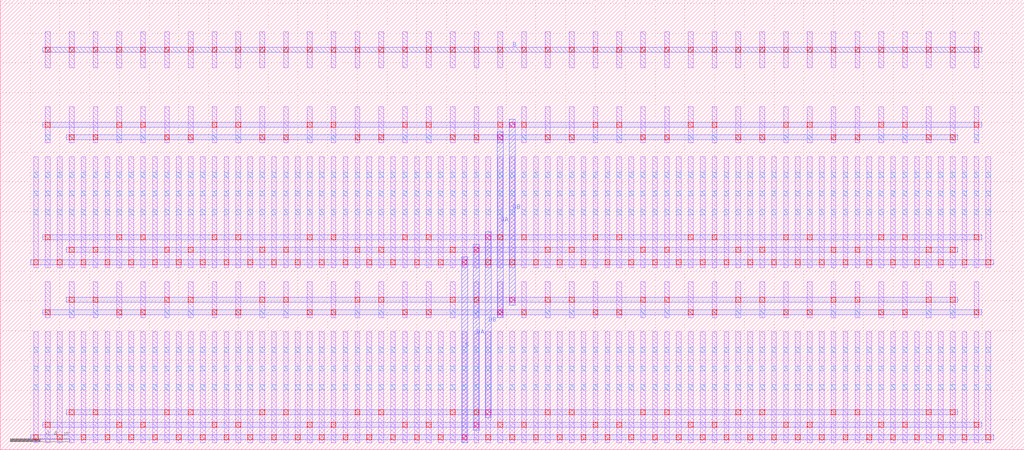
<source format=lef>
MACRO DP_NMOS_B_nfin12_nf40_m1_n12_X20_Y2_RVT
  ORIGIN 0 0 ;
  FOREIGN DP_NMOS_B_nfin12_nf40_m1_n12_X20_Y2_RVT 0 0 ;
  SIZE 6.8800 BY 3.0240 ;
  PIN S
    DIRECTION INOUT ;
    USE SIGNAL ;
    PORT
      LAYER M3 ;
        RECT 3.1000 0.0480 3.1400 1.2960 ;
    END
  END S
  PIN DA
    DIRECTION INOUT ;
    USE SIGNAL ;
    PORT
      LAYER M3 ;
        RECT 3.1800 0.1320 3.2200 1.3800 ;
    END
  END DA
  PIN DB
    DIRECTION INOUT ;
    USE SIGNAL ;
    PORT
      LAYER M3 ;
        RECT 3.2600 0.2160 3.3000 1.4640 ;
    END
  END DB
  PIN GA
    DIRECTION INOUT ;
    USE SIGNAL ;
    PORT
      LAYER M3 ;
        RECT 3.3400 0.8880 3.3800 2.1360 ;
    END
  END GA
  PIN GB
    DIRECTION INOUT ;
    USE SIGNAL ;
    PORT
      LAYER M3 ;
        RECT 3.4200 0.9720 3.4600 2.2200 ;
    END
  END GB
  PIN B
    DIRECTION INOUT ;
    USE SIGNAL ;
    PORT
      LAYER M2 ;
        RECT 0.2840 2.6720 6.5960 2.7040 ;
    END
  END B
  OBS
    LAYER M1 ;
      RECT 0.3040 0.0480 0.3360 0.7920 ;
    LAYER M1 ;
      RECT 0.3040 0.8880 0.3360 1.1280 ;
    LAYER M1 ;
      RECT 0.3040 1.2240 0.3360 1.9680 ;
    LAYER M1 ;
      RECT 0.3040 2.0640 0.3360 2.3040 ;
    LAYER M1 ;
      RECT 0.3040 2.5680 0.3360 2.8080 ;
    LAYER M1 ;
      RECT 0.2240 0.0480 0.2560 0.7920 ;
    LAYER M1 ;
      RECT 0.2240 1.2240 0.2560 1.9680 ;
    LAYER M1 ;
      RECT 0.3840 0.0480 0.4160 0.7920 ;
    LAYER M1 ;
      RECT 0.3840 1.2240 0.4160 1.9680 ;
    LAYER M1 ;
      RECT 0.4640 0.0480 0.4960 0.7920 ;
    LAYER M1 ;
      RECT 0.4640 0.8880 0.4960 1.1280 ;
    LAYER M1 ;
      RECT 0.4640 1.2240 0.4960 1.9680 ;
    LAYER M1 ;
      RECT 0.4640 2.0640 0.4960 2.3040 ;
    LAYER M1 ;
      RECT 0.4640 2.5680 0.4960 2.8080 ;
    LAYER M1 ;
      RECT 0.5440 0.0480 0.5760 0.7920 ;
    LAYER M1 ;
      RECT 0.5440 1.2240 0.5760 1.9680 ;
    LAYER M1 ;
      RECT 0.6240 0.0480 0.6560 0.7920 ;
    LAYER M1 ;
      RECT 0.6240 0.8880 0.6560 1.1280 ;
    LAYER M1 ;
      RECT 0.6240 1.2240 0.6560 1.9680 ;
    LAYER M1 ;
      RECT 0.6240 2.0640 0.6560 2.3040 ;
    LAYER M1 ;
      RECT 0.6240 2.5680 0.6560 2.8080 ;
    LAYER M1 ;
      RECT 0.7040 0.0480 0.7360 0.7920 ;
    LAYER M1 ;
      RECT 0.7040 1.2240 0.7360 1.9680 ;
    LAYER M1 ;
      RECT 0.7840 0.0480 0.8160 0.7920 ;
    LAYER M1 ;
      RECT 0.7840 0.8880 0.8160 1.1280 ;
    LAYER M1 ;
      RECT 0.7840 1.2240 0.8160 1.9680 ;
    LAYER M1 ;
      RECT 0.7840 2.0640 0.8160 2.3040 ;
    LAYER M1 ;
      RECT 0.7840 2.5680 0.8160 2.8080 ;
    LAYER M1 ;
      RECT 0.8640 0.0480 0.8960 0.7920 ;
    LAYER M1 ;
      RECT 0.8640 1.2240 0.8960 1.9680 ;
    LAYER M1 ;
      RECT 0.9440 0.0480 0.9760 0.7920 ;
    LAYER M1 ;
      RECT 0.9440 0.8880 0.9760 1.1280 ;
    LAYER M1 ;
      RECT 0.9440 1.2240 0.9760 1.9680 ;
    LAYER M1 ;
      RECT 0.9440 2.0640 0.9760 2.3040 ;
    LAYER M1 ;
      RECT 0.9440 2.5680 0.9760 2.8080 ;
    LAYER M1 ;
      RECT 1.0240 0.0480 1.0560 0.7920 ;
    LAYER M1 ;
      RECT 1.0240 1.2240 1.0560 1.9680 ;
    LAYER M1 ;
      RECT 1.1040 0.0480 1.1360 0.7920 ;
    LAYER M1 ;
      RECT 1.1040 0.8880 1.1360 1.1280 ;
    LAYER M1 ;
      RECT 1.1040 1.2240 1.1360 1.9680 ;
    LAYER M1 ;
      RECT 1.1040 2.0640 1.1360 2.3040 ;
    LAYER M1 ;
      RECT 1.1040 2.5680 1.1360 2.8080 ;
    LAYER M1 ;
      RECT 1.1840 0.0480 1.2160 0.7920 ;
    LAYER M1 ;
      RECT 1.1840 1.2240 1.2160 1.9680 ;
    LAYER M1 ;
      RECT 1.2640 0.0480 1.2960 0.7920 ;
    LAYER M1 ;
      RECT 1.2640 0.8880 1.2960 1.1280 ;
    LAYER M1 ;
      RECT 1.2640 1.2240 1.2960 1.9680 ;
    LAYER M1 ;
      RECT 1.2640 2.0640 1.2960 2.3040 ;
    LAYER M1 ;
      RECT 1.2640 2.5680 1.2960 2.8080 ;
    LAYER M1 ;
      RECT 1.3440 0.0480 1.3760 0.7920 ;
    LAYER M1 ;
      RECT 1.3440 1.2240 1.3760 1.9680 ;
    LAYER M1 ;
      RECT 1.4240 0.0480 1.4560 0.7920 ;
    LAYER M1 ;
      RECT 1.4240 0.8880 1.4560 1.1280 ;
    LAYER M1 ;
      RECT 1.4240 1.2240 1.4560 1.9680 ;
    LAYER M1 ;
      RECT 1.4240 2.0640 1.4560 2.3040 ;
    LAYER M1 ;
      RECT 1.4240 2.5680 1.4560 2.8080 ;
    LAYER M1 ;
      RECT 1.5040 0.0480 1.5360 0.7920 ;
    LAYER M1 ;
      RECT 1.5040 1.2240 1.5360 1.9680 ;
    LAYER M1 ;
      RECT 1.5840 0.0480 1.6160 0.7920 ;
    LAYER M1 ;
      RECT 1.5840 0.8880 1.6160 1.1280 ;
    LAYER M1 ;
      RECT 1.5840 1.2240 1.6160 1.9680 ;
    LAYER M1 ;
      RECT 1.5840 2.0640 1.6160 2.3040 ;
    LAYER M1 ;
      RECT 1.5840 2.5680 1.6160 2.8080 ;
    LAYER M1 ;
      RECT 1.6640 0.0480 1.6960 0.7920 ;
    LAYER M1 ;
      RECT 1.6640 1.2240 1.6960 1.9680 ;
    LAYER M1 ;
      RECT 1.7440 0.0480 1.7760 0.7920 ;
    LAYER M1 ;
      RECT 1.7440 0.8880 1.7760 1.1280 ;
    LAYER M1 ;
      RECT 1.7440 1.2240 1.7760 1.9680 ;
    LAYER M1 ;
      RECT 1.7440 2.0640 1.7760 2.3040 ;
    LAYER M1 ;
      RECT 1.7440 2.5680 1.7760 2.8080 ;
    LAYER M1 ;
      RECT 1.8240 0.0480 1.8560 0.7920 ;
    LAYER M1 ;
      RECT 1.8240 1.2240 1.8560 1.9680 ;
    LAYER M1 ;
      RECT 1.9040 0.0480 1.9360 0.7920 ;
    LAYER M1 ;
      RECT 1.9040 0.8880 1.9360 1.1280 ;
    LAYER M1 ;
      RECT 1.9040 1.2240 1.9360 1.9680 ;
    LAYER M1 ;
      RECT 1.9040 2.0640 1.9360 2.3040 ;
    LAYER M1 ;
      RECT 1.9040 2.5680 1.9360 2.8080 ;
    LAYER M1 ;
      RECT 1.9840 0.0480 2.0160 0.7920 ;
    LAYER M1 ;
      RECT 1.9840 1.2240 2.0160 1.9680 ;
    LAYER M1 ;
      RECT 2.0640 0.0480 2.0960 0.7920 ;
    LAYER M1 ;
      RECT 2.0640 0.8880 2.0960 1.1280 ;
    LAYER M1 ;
      RECT 2.0640 1.2240 2.0960 1.9680 ;
    LAYER M1 ;
      RECT 2.0640 2.0640 2.0960 2.3040 ;
    LAYER M1 ;
      RECT 2.0640 2.5680 2.0960 2.8080 ;
    LAYER M1 ;
      RECT 2.1440 0.0480 2.1760 0.7920 ;
    LAYER M1 ;
      RECT 2.1440 1.2240 2.1760 1.9680 ;
    LAYER M1 ;
      RECT 2.2240 0.0480 2.2560 0.7920 ;
    LAYER M1 ;
      RECT 2.2240 0.8880 2.2560 1.1280 ;
    LAYER M1 ;
      RECT 2.2240 1.2240 2.2560 1.9680 ;
    LAYER M1 ;
      RECT 2.2240 2.0640 2.2560 2.3040 ;
    LAYER M1 ;
      RECT 2.2240 2.5680 2.2560 2.8080 ;
    LAYER M1 ;
      RECT 2.3040 0.0480 2.3360 0.7920 ;
    LAYER M1 ;
      RECT 2.3040 1.2240 2.3360 1.9680 ;
    LAYER M1 ;
      RECT 2.3840 0.0480 2.4160 0.7920 ;
    LAYER M1 ;
      RECT 2.3840 0.8880 2.4160 1.1280 ;
    LAYER M1 ;
      RECT 2.3840 1.2240 2.4160 1.9680 ;
    LAYER M1 ;
      RECT 2.3840 2.0640 2.4160 2.3040 ;
    LAYER M1 ;
      RECT 2.3840 2.5680 2.4160 2.8080 ;
    LAYER M1 ;
      RECT 2.4640 0.0480 2.4960 0.7920 ;
    LAYER M1 ;
      RECT 2.4640 1.2240 2.4960 1.9680 ;
    LAYER M1 ;
      RECT 2.5440 0.0480 2.5760 0.7920 ;
    LAYER M1 ;
      RECT 2.5440 0.8880 2.5760 1.1280 ;
    LAYER M1 ;
      RECT 2.5440 1.2240 2.5760 1.9680 ;
    LAYER M1 ;
      RECT 2.5440 2.0640 2.5760 2.3040 ;
    LAYER M1 ;
      RECT 2.5440 2.5680 2.5760 2.8080 ;
    LAYER M1 ;
      RECT 2.6240 0.0480 2.6560 0.7920 ;
    LAYER M1 ;
      RECT 2.6240 1.2240 2.6560 1.9680 ;
    LAYER M1 ;
      RECT 2.7040 0.0480 2.7360 0.7920 ;
    LAYER M1 ;
      RECT 2.7040 0.8880 2.7360 1.1280 ;
    LAYER M1 ;
      RECT 2.7040 1.2240 2.7360 1.9680 ;
    LAYER M1 ;
      RECT 2.7040 2.0640 2.7360 2.3040 ;
    LAYER M1 ;
      RECT 2.7040 2.5680 2.7360 2.8080 ;
    LAYER M1 ;
      RECT 2.7840 0.0480 2.8160 0.7920 ;
    LAYER M1 ;
      RECT 2.7840 1.2240 2.8160 1.9680 ;
    LAYER M1 ;
      RECT 2.8640 0.0480 2.8960 0.7920 ;
    LAYER M1 ;
      RECT 2.8640 0.8880 2.8960 1.1280 ;
    LAYER M1 ;
      RECT 2.8640 1.2240 2.8960 1.9680 ;
    LAYER M1 ;
      RECT 2.8640 2.0640 2.8960 2.3040 ;
    LAYER M1 ;
      RECT 2.8640 2.5680 2.8960 2.8080 ;
    LAYER M1 ;
      RECT 2.9440 0.0480 2.9760 0.7920 ;
    LAYER M1 ;
      RECT 2.9440 1.2240 2.9760 1.9680 ;
    LAYER M1 ;
      RECT 3.0240 0.0480 3.0560 0.7920 ;
    LAYER M1 ;
      RECT 3.0240 0.8880 3.0560 1.1280 ;
    LAYER M1 ;
      RECT 3.0240 1.2240 3.0560 1.9680 ;
    LAYER M1 ;
      RECT 3.0240 2.0640 3.0560 2.3040 ;
    LAYER M1 ;
      RECT 3.0240 2.5680 3.0560 2.8080 ;
    LAYER M1 ;
      RECT 3.1040 0.0480 3.1360 0.7920 ;
    LAYER M1 ;
      RECT 3.1040 1.2240 3.1360 1.9680 ;
    LAYER M1 ;
      RECT 3.1840 0.0480 3.2160 0.7920 ;
    LAYER M1 ;
      RECT 3.1840 0.8880 3.2160 1.1280 ;
    LAYER M1 ;
      RECT 3.1840 1.2240 3.2160 1.9680 ;
    LAYER M1 ;
      RECT 3.1840 2.0640 3.2160 2.3040 ;
    LAYER M1 ;
      RECT 3.1840 2.5680 3.2160 2.8080 ;
    LAYER M1 ;
      RECT 3.2640 0.0480 3.2960 0.7920 ;
    LAYER M1 ;
      RECT 3.2640 1.2240 3.2960 1.9680 ;
    LAYER M1 ;
      RECT 3.3440 0.0480 3.3760 0.7920 ;
    LAYER M1 ;
      RECT 3.3440 0.8880 3.3760 1.1280 ;
    LAYER M1 ;
      RECT 3.3440 1.2240 3.3760 1.9680 ;
    LAYER M1 ;
      RECT 3.3440 2.0640 3.3760 2.3040 ;
    LAYER M1 ;
      RECT 3.3440 2.5680 3.3760 2.8080 ;
    LAYER M1 ;
      RECT 3.4240 0.0480 3.4560 0.7920 ;
    LAYER M1 ;
      RECT 3.4240 1.2240 3.4560 1.9680 ;
    LAYER M1 ;
      RECT 3.5040 0.0480 3.5360 0.7920 ;
    LAYER M1 ;
      RECT 3.5040 0.8880 3.5360 1.1280 ;
    LAYER M1 ;
      RECT 3.5040 1.2240 3.5360 1.9680 ;
    LAYER M1 ;
      RECT 3.5040 2.0640 3.5360 2.3040 ;
    LAYER M1 ;
      RECT 3.5040 2.5680 3.5360 2.8080 ;
    LAYER M1 ;
      RECT 3.5840 0.0480 3.6160 0.7920 ;
    LAYER M1 ;
      RECT 3.5840 1.2240 3.6160 1.9680 ;
    LAYER M1 ;
      RECT 3.6640 0.0480 3.6960 0.7920 ;
    LAYER M1 ;
      RECT 3.6640 0.8880 3.6960 1.1280 ;
    LAYER M1 ;
      RECT 3.6640 1.2240 3.6960 1.9680 ;
    LAYER M1 ;
      RECT 3.6640 2.0640 3.6960 2.3040 ;
    LAYER M1 ;
      RECT 3.6640 2.5680 3.6960 2.8080 ;
    LAYER M1 ;
      RECT 3.7440 0.0480 3.7760 0.7920 ;
    LAYER M1 ;
      RECT 3.7440 1.2240 3.7760 1.9680 ;
    LAYER M1 ;
      RECT 3.8240 0.0480 3.8560 0.7920 ;
    LAYER M1 ;
      RECT 3.8240 0.8880 3.8560 1.1280 ;
    LAYER M1 ;
      RECT 3.8240 1.2240 3.8560 1.9680 ;
    LAYER M1 ;
      RECT 3.8240 2.0640 3.8560 2.3040 ;
    LAYER M1 ;
      RECT 3.8240 2.5680 3.8560 2.8080 ;
    LAYER M1 ;
      RECT 3.9040 0.0480 3.9360 0.7920 ;
    LAYER M1 ;
      RECT 3.9040 1.2240 3.9360 1.9680 ;
    LAYER M1 ;
      RECT 3.9840 0.0480 4.0160 0.7920 ;
    LAYER M1 ;
      RECT 3.9840 0.8880 4.0160 1.1280 ;
    LAYER M1 ;
      RECT 3.9840 1.2240 4.0160 1.9680 ;
    LAYER M1 ;
      RECT 3.9840 2.0640 4.0160 2.3040 ;
    LAYER M1 ;
      RECT 3.9840 2.5680 4.0160 2.8080 ;
    LAYER M1 ;
      RECT 4.0640 0.0480 4.0960 0.7920 ;
    LAYER M1 ;
      RECT 4.0640 1.2240 4.0960 1.9680 ;
    LAYER M1 ;
      RECT 4.1440 0.0480 4.1760 0.7920 ;
    LAYER M1 ;
      RECT 4.1440 0.8880 4.1760 1.1280 ;
    LAYER M1 ;
      RECT 4.1440 1.2240 4.1760 1.9680 ;
    LAYER M1 ;
      RECT 4.1440 2.0640 4.1760 2.3040 ;
    LAYER M1 ;
      RECT 4.1440 2.5680 4.1760 2.8080 ;
    LAYER M1 ;
      RECT 4.2240 0.0480 4.2560 0.7920 ;
    LAYER M1 ;
      RECT 4.2240 1.2240 4.2560 1.9680 ;
    LAYER M1 ;
      RECT 4.3040 0.0480 4.3360 0.7920 ;
    LAYER M1 ;
      RECT 4.3040 0.8880 4.3360 1.1280 ;
    LAYER M1 ;
      RECT 4.3040 1.2240 4.3360 1.9680 ;
    LAYER M1 ;
      RECT 4.3040 2.0640 4.3360 2.3040 ;
    LAYER M1 ;
      RECT 4.3040 2.5680 4.3360 2.8080 ;
    LAYER M1 ;
      RECT 4.3840 0.0480 4.4160 0.7920 ;
    LAYER M1 ;
      RECT 4.3840 1.2240 4.4160 1.9680 ;
    LAYER M1 ;
      RECT 4.4640 0.0480 4.4960 0.7920 ;
    LAYER M1 ;
      RECT 4.4640 0.8880 4.4960 1.1280 ;
    LAYER M1 ;
      RECT 4.4640 1.2240 4.4960 1.9680 ;
    LAYER M1 ;
      RECT 4.4640 2.0640 4.4960 2.3040 ;
    LAYER M1 ;
      RECT 4.4640 2.5680 4.4960 2.8080 ;
    LAYER M1 ;
      RECT 4.5440 0.0480 4.5760 0.7920 ;
    LAYER M1 ;
      RECT 4.5440 1.2240 4.5760 1.9680 ;
    LAYER M1 ;
      RECT 4.6240 0.0480 4.6560 0.7920 ;
    LAYER M1 ;
      RECT 4.6240 0.8880 4.6560 1.1280 ;
    LAYER M1 ;
      RECT 4.6240 1.2240 4.6560 1.9680 ;
    LAYER M1 ;
      RECT 4.6240 2.0640 4.6560 2.3040 ;
    LAYER M1 ;
      RECT 4.6240 2.5680 4.6560 2.8080 ;
    LAYER M1 ;
      RECT 4.7040 0.0480 4.7360 0.7920 ;
    LAYER M1 ;
      RECT 4.7040 1.2240 4.7360 1.9680 ;
    LAYER M1 ;
      RECT 4.7840 0.0480 4.8160 0.7920 ;
    LAYER M1 ;
      RECT 4.7840 0.8880 4.8160 1.1280 ;
    LAYER M1 ;
      RECT 4.7840 1.2240 4.8160 1.9680 ;
    LAYER M1 ;
      RECT 4.7840 2.0640 4.8160 2.3040 ;
    LAYER M1 ;
      RECT 4.7840 2.5680 4.8160 2.8080 ;
    LAYER M1 ;
      RECT 4.8640 0.0480 4.8960 0.7920 ;
    LAYER M1 ;
      RECT 4.8640 1.2240 4.8960 1.9680 ;
    LAYER M1 ;
      RECT 4.9440 0.0480 4.9760 0.7920 ;
    LAYER M1 ;
      RECT 4.9440 0.8880 4.9760 1.1280 ;
    LAYER M1 ;
      RECT 4.9440 1.2240 4.9760 1.9680 ;
    LAYER M1 ;
      RECT 4.9440 2.0640 4.9760 2.3040 ;
    LAYER M1 ;
      RECT 4.9440 2.5680 4.9760 2.8080 ;
    LAYER M1 ;
      RECT 5.0240 0.0480 5.0560 0.7920 ;
    LAYER M1 ;
      RECT 5.0240 1.2240 5.0560 1.9680 ;
    LAYER M1 ;
      RECT 5.1040 0.0480 5.1360 0.7920 ;
    LAYER M1 ;
      RECT 5.1040 0.8880 5.1360 1.1280 ;
    LAYER M1 ;
      RECT 5.1040 1.2240 5.1360 1.9680 ;
    LAYER M1 ;
      RECT 5.1040 2.0640 5.1360 2.3040 ;
    LAYER M1 ;
      RECT 5.1040 2.5680 5.1360 2.8080 ;
    LAYER M1 ;
      RECT 5.1840 0.0480 5.2160 0.7920 ;
    LAYER M1 ;
      RECT 5.1840 1.2240 5.2160 1.9680 ;
    LAYER M1 ;
      RECT 5.2640 0.0480 5.2960 0.7920 ;
    LAYER M1 ;
      RECT 5.2640 0.8880 5.2960 1.1280 ;
    LAYER M1 ;
      RECT 5.2640 1.2240 5.2960 1.9680 ;
    LAYER M1 ;
      RECT 5.2640 2.0640 5.2960 2.3040 ;
    LAYER M1 ;
      RECT 5.2640 2.5680 5.2960 2.8080 ;
    LAYER M1 ;
      RECT 5.3440 0.0480 5.3760 0.7920 ;
    LAYER M1 ;
      RECT 5.3440 1.2240 5.3760 1.9680 ;
    LAYER M1 ;
      RECT 5.4240 0.0480 5.4560 0.7920 ;
    LAYER M1 ;
      RECT 5.4240 0.8880 5.4560 1.1280 ;
    LAYER M1 ;
      RECT 5.4240 1.2240 5.4560 1.9680 ;
    LAYER M1 ;
      RECT 5.4240 2.0640 5.4560 2.3040 ;
    LAYER M1 ;
      RECT 5.4240 2.5680 5.4560 2.8080 ;
    LAYER M1 ;
      RECT 5.5040 0.0480 5.5360 0.7920 ;
    LAYER M1 ;
      RECT 5.5040 1.2240 5.5360 1.9680 ;
    LAYER M1 ;
      RECT 5.5840 0.0480 5.6160 0.7920 ;
    LAYER M1 ;
      RECT 5.5840 0.8880 5.6160 1.1280 ;
    LAYER M1 ;
      RECT 5.5840 1.2240 5.6160 1.9680 ;
    LAYER M1 ;
      RECT 5.5840 2.0640 5.6160 2.3040 ;
    LAYER M1 ;
      RECT 5.5840 2.5680 5.6160 2.8080 ;
    LAYER M1 ;
      RECT 5.6640 0.0480 5.6960 0.7920 ;
    LAYER M1 ;
      RECT 5.6640 1.2240 5.6960 1.9680 ;
    LAYER M1 ;
      RECT 5.7440 0.0480 5.7760 0.7920 ;
    LAYER M1 ;
      RECT 5.7440 0.8880 5.7760 1.1280 ;
    LAYER M1 ;
      RECT 5.7440 1.2240 5.7760 1.9680 ;
    LAYER M1 ;
      RECT 5.7440 2.0640 5.7760 2.3040 ;
    LAYER M1 ;
      RECT 5.7440 2.5680 5.7760 2.8080 ;
    LAYER M1 ;
      RECT 5.8240 0.0480 5.8560 0.7920 ;
    LAYER M1 ;
      RECT 5.8240 1.2240 5.8560 1.9680 ;
    LAYER M1 ;
      RECT 5.9040 0.0480 5.9360 0.7920 ;
    LAYER M1 ;
      RECT 5.9040 0.8880 5.9360 1.1280 ;
    LAYER M1 ;
      RECT 5.9040 1.2240 5.9360 1.9680 ;
    LAYER M1 ;
      RECT 5.9040 2.0640 5.9360 2.3040 ;
    LAYER M1 ;
      RECT 5.9040 2.5680 5.9360 2.8080 ;
    LAYER M1 ;
      RECT 5.9840 0.0480 6.0160 0.7920 ;
    LAYER M1 ;
      RECT 5.9840 1.2240 6.0160 1.9680 ;
    LAYER M1 ;
      RECT 6.0640 0.0480 6.0960 0.7920 ;
    LAYER M1 ;
      RECT 6.0640 0.8880 6.0960 1.1280 ;
    LAYER M1 ;
      RECT 6.0640 1.2240 6.0960 1.9680 ;
    LAYER M1 ;
      RECT 6.0640 2.0640 6.0960 2.3040 ;
    LAYER M1 ;
      RECT 6.0640 2.5680 6.0960 2.8080 ;
    LAYER M1 ;
      RECT 6.1440 0.0480 6.1760 0.7920 ;
    LAYER M1 ;
      RECT 6.1440 1.2240 6.1760 1.9680 ;
    LAYER M1 ;
      RECT 6.2240 0.0480 6.2560 0.7920 ;
    LAYER M1 ;
      RECT 6.2240 0.8880 6.2560 1.1280 ;
    LAYER M1 ;
      RECT 6.2240 1.2240 6.2560 1.9680 ;
    LAYER M1 ;
      RECT 6.2240 2.0640 6.2560 2.3040 ;
    LAYER M1 ;
      RECT 6.2240 2.5680 6.2560 2.8080 ;
    LAYER M1 ;
      RECT 6.3040 0.0480 6.3360 0.7920 ;
    LAYER M1 ;
      RECT 6.3040 1.2240 6.3360 1.9680 ;
    LAYER M1 ;
      RECT 6.3840 0.0480 6.4160 0.7920 ;
    LAYER M1 ;
      RECT 6.3840 0.8880 6.4160 1.1280 ;
    LAYER M1 ;
      RECT 6.3840 1.2240 6.4160 1.9680 ;
    LAYER M1 ;
      RECT 6.3840 2.0640 6.4160 2.3040 ;
    LAYER M1 ;
      RECT 6.3840 2.5680 6.4160 2.8080 ;
    LAYER M1 ;
      RECT 6.4640 0.0480 6.4960 0.7920 ;
    LAYER M1 ;
      RECT 6.4640 1.2240 6.4960 1.9680 ;
    LAYER M1 ;
      RECT 6.5440 0.0480 6.5760 0.7920 ;
    LAYER M1 ;
      RECT 6.5440 0.8880 6.5760 1.1280 ;
    LAYER M1 ;
      RECT 6.5440 1.2240 6.5760 1.9680 ;
    LAYER M1 ;
      RECT 6.5440 2.0640 6.5760 2.3040 ;
    LAYER M1 ;
      RECT 6.5440 2.5680 6.5760 2.8080 ;
    LAYER M1 ;
      RECT 6.6240 0.0480 6.6560 0.7920 ;
    LAYER M1 ;
      RECT 6.6240 1.2240 6.6560 1.9680 ;
    LAYER M2 ;
      RECT 0.2040 0.0680 6.6760 0.1000 ;
    LAYER M2 ;
      RECT 0.2840 0.1520 6.5960 0.1840 ;
    LAYER M2 ;
      RECT 0.4440 0.2360 6.4360 0.2680 ;
    LAYER M2 ;
      RECT 0.2840 0.9080 6.5960 0.9400 ;
    LAYER M2 ;
      RECT 0.4440 0.9920 6.4360 1.0240 ;
    LAYER M2 ;
      RECT 0.2040 1.2440 6.6760 1.2760 ;
    LAYER M2 ;
      RECT 0.4440 1.3280 6.4360 1.3600 ;
    LAYER M2 ;
      RECT 0.2840 1.4120 6.5960 1.4440 ;
    LAYER M2 ;
      RECT 0.4440 2.0840 6.4360 2.1160 ;
    LAYER M2 ;
      RECT 0.2840 2.1680 6.5960 2.2000 ;
    LAYER V1 ;
      RECT 0.2240 0.0680 0.2560 0.1000 ;
    LAYER V1 ;
      RECT 0.2240 1.2440 0.2560 1.2760 ;
    LAYER V1 ;
      RECT 0.3840 0.0680 0.4160 0.1000 ;
    LAYER V1 ;
      RECT 0.3840 1.2440 0.4160 1.2760 ;
    LAYER V1 ;
      RECT 0.5440 0.0680 0.5760 0.1000 ;
    LAYER V1 ;
      RECT 0.5440 1.2440 0.5760 1.2760 ;
    LAYER V1 ;
      RECT 0.7040 0.0680 0.7360 0.1000 ;
    LAYER V1 ;
      RECT 0.7040 1.2440 0.7360 1.2760 ;
    LAYER V1 ;
      RECT 0.8640 0.0680 0.8960 0.1000 ;
    LAYER V1 ;
      RECT 0.8640 1.2440 0.8960 1.2760 ;
    LAYER V1 ;
      RECT 1.0240 0.0680 1.0560 0.1000 ;
    LAYER V1 ;
      RECT 1.0240 1.2440 1.0560 1.2760 ;
    LAYER V1 ;
      RECT 1.1840 0.0680 1.2160 0.1000 ;
    LAYER V1 ;
      RECT 1.1840 1.2440 1.2160 1.2760 ;
    LAYER V1 ;
      RECT 1.3440 0.0680 1.3760 0.1000 ;
    LAYER V1 ;
      RECT 1.3440 1.2440 1.3760 1.2760 ;
    LAYER V1 ;
      RECT 1.5040 0.0680 1.5360 0.1000 ;
    LAYER V1 ;
      RECT 1.5040 1.2440 1.5360 1.2760 ;
    LAYER V1 ;
      RECT 1.6640 0.0680 1.6960 0.1000 ;
    LAYER V1 ;
      RECT 1.6640 1.2440 1.6960 1.2760 ;
    LAYER V1 ;
      RECT 1.8240 0.0680 1.8560 0.1000 ;
    LAYER V1 ;
      RECT 1.8240 1.2440 1.8560 1.2760 ;
    LAYER V1 ;
      RECT 1.9840 0.0680 2.0160 0.1000 ;
    LAYER V1 ;
      RECT 1.9840 1.2440 2.0160 1.2760 ;
    LAYER V1 ;
      RECT 2.1440 0.0680 2.1760 0.1000 ;
    LAYER V1 ;
      RECT 2.1440 1.2440 2.1760 1.2760 ;
    LAYER V1 ;
      RECT 2.3040 0.0680 2.3360 0.1000 ;
    LAYER V1 ;
      RECT 2.3040 1.2440 2.3360 1.2760 ;
    LAYER V1 ;
      RECT 2.4640 0.0680 2.4960 0.1000 ;
    LAYER V1 ;
      RECT 2.4640 1.2440 2.4960 1.2760 ;
    LAYER V1 ;
      RECT 2.6240 0.0680 2.6560 0.1000 ;
    LAYER V1 ;
      RECT 2.6240 1.2440 2.6560 1.2760 ;
    LAYER V1 ;
      RECT 2.7840 0.0680 2.8160 0.1000 ;
    LAYER V1 ;
      RECT 2.7840 1.2440 2.8160 1.2760 ;
    LAYER V1 ;
      RECT 2.9440 0.0680 2.9760 0.1000 ;
    LAYER V1 ;
      RECT 2.9440 1.2440 2.9760 1.2760 ;
    LAYER V1 ;
      RECT 3.1040 0.0680 3.1360 0.1000 ;
    LAYER V1 ;
      RECT 3.1040 1.2440 3.1360 1.2760 ;
    LAYER V1 ;
      RECT 3.2640 0.0680 3.2960 0.1000 ;
    LAYER V1 ;
      RECT 3.2640 1.2440 3.2960 1.2760 ;
    LAYER V1 ;
      RECT 3.4240 0.0680 3.4560 0.1000 ;
    LAYER V1 ;
      RECT 3.4240 1.2440 3.4560 1.2760 ;
    LAYER V1 ;
      RECT 3.5840 0.0680 3.6160 0.1000 ;
    LAYER V1 ;
      RECT 3.5840 1.2440 3.6160 1.2760 ;
    LAYER V1 ;
      RECT 3.7440 0.0680 3.7760 0.1000 ;
    LAYER V1 ;
      RECT 3.7440 1.2440 3.7760 1.2760 ;
    LAYER V1 ;
      RECT 3.9040 0.0680 3.9360 0.1000 ;
    LAYER V1 ;
      RECT 3.9040 1.2440 3.9360 1.2760 ;
    LAYER V1 ;
      RECT 4.0640 0.0680 4.0960 0.1000 ;
    LAYER V1 ;
      RECT 4.0640 1.2440 4.0960 1.2760 ;
    LAYER V1 ;
      RECT 4.2240 0.0680 4.2560 0.1000 ;
    LAYER V1 ;
      RECT 4.2240 1.2440 4.2560 1.2760 ;
    LAYER V1 ;
      RECT 4.3840 0.0680 4.4160 0.1000 ;
    LAYER V1 ;
      RECT 4.3840 1.2440 4.4160 1.2760 ;
    LAYER V1 ;
      RECT 4.5440 0.0680 4.5760 0.1000 ;
    LAYER V1 ;
      RECT 4.5440 1.2440 4.5760 1.2760 ;
    LAYER V1 ;
      RECT 4.7040 0.0680 4.7360 0.1000 ;
    LAYER V1 ;
      RECT 4.7040 1.2440 4.7360 1.2760 ;
    LAYER V1 ;
      RECT 4.8640 0.0680 4.8960 0.1000 ;
    LAYER V1 ;
      RECT 4.8640 1.2440 4.8960 1.2760 ;
    LAYER V1 ;
      RECT 5.0240 0.0680 5.0560 0.1000 ;
    LAYER V1 ;
      RECT 5.0240 1.2440 5.0560 1.2760 ;
    LAYER V1 ;
      RECT 5.1840 0.0680 5.2160 0.1000 ;
    LAYER V1 ;
      RECT 5.1840 1.2440 5.2160 1.2760 ;
    LAYER V1 ;
      RECT 5.3440 0.0680 5.3760 0.1000 ;
    LAYER V1 ;
      RECT 5.3440 1.2440 5.3760 1.2760 ;
    LAYER V1 ;
      RECT 5.5040 0.0680 5.5360 0.1000 ;
    LAYER V1 ;
      RECT 5.5040 1.2440 5.5360 1.2760 ;
    LAYER V1 ;
      RECT 5.6640 0.0680 5.6960 0.1000 ;
    LAYER V1 ;
      RECT 5.6640 1.2440 5.6960 1.2760 ;
    LAYER V1 ;
      RECT 5.8240 0.0680 5.8560 0.1000 ;
    LAYER V1 ;
      RECT 5.8240 1.2440 5.8560 1.2760 ;
    LAYER V1 ;
      RECT 5.9840 0.0680 6.0160 0.1000 ;
    LAYER V1 ;
      RECT 5.9840 1.2440 6.0160 1.2760 ;
    LAYER V1 ;
      RECT 6.1440 0.0680 6.1760 0.1000 ;
    LAYER V1 ;
      RECT 6.1440 1.2440 6.1760 1.2760 ;
    LAYER V1 ;
      RECT 6.3040 0.0680 6.3360 0.1000 ;
    LAYER V1 ;
      RECT 6.3040 1.2440 6.3360 1.2760 ;
    LAYER V1 ;
      RECT 6.4640 0.0680 6.4960 0.1000 ;
    LAYER V1 ;
      RECT 6.4640 1.2440 6.4960 1.2760 ;
    LAYER V1 ;
      RECT 6.6240 0.0680 6.6560 0.1000 ;
    LAYER V1 ;
      RECT 6.6240 1.2440 6.6560 1.2760 ;
    LAYER V1 ;
      RECT 0.3040 0.1520 0.3360 0.1840 ;
    LAYER V1 ;
      RECT 0.3040 0.9080 0.3360 0.9400 ;
    LAYER V1 ;
      RECT 0.3040 1.4120 0.3360 1.4440 ;
    LAYER V1 ;
      RECT 0.3040 2.1680 0.3360 2.2000 ;
    LAYER V1 ;
      RECT 0.3040 2.6720 0.3360 2.7040 ;
    LAYER V1 ;
      RECT 0.7840 0.1520 0.8160 0.1840 ;
    LAYER V1 ;
      RECT 0.7840 0.9080 0.8160 0.9400 ;
    LAYER V1 ;
      RECT 0.7840 1.4120 0.8160 1.4440 ;
    LAYER V1 ;
      RECT 0.7840 2.1680 0.8160 2.2000 ;
    LAYER V1 ;
      RECT 0.7840 2.6720 0.8160 2.7040 ;
    LAYER V1 ;
      RECT 0.9440 0.1520 0.9760 0.1840 ;
    LAYER V1 ;
      RECT 0.9440 0.9080 0.9760 0.9400 ;
    LAYER V1 ;
      RECT 0.9440 1.4120 0.9760 1.4440 ;
    LAYER V1 ;
      RECT 0.9440 2.1680 0.9760 2.2000 ;
    LAYER V1 ;
      RECT 0.9440 2.6720 0.9760 2.7040 ;
    LAYER V1 ;
      RECT 1.4240 0.1520 1.4560 0.1840 ;
    LAYER V1 ;
      RECT 1.4240 0.9080 1.4560 0.9400 ;
    LAYER V1 ;
      RECT 1.4240 1.4120 1.4560 1.4440 ;
    LAYER V1 ;
      RECT 1.4240 2.1680 1.4560 2.2000 ;
    LAYER V1 ;
      RECT 1.4240 2.6720 1.4560 2.7040 ;
    LAYER V1 ;
      RECT 1.5840 0.1520 1.6160 0.1840 ;
    LAYER V1 ;
      RECT 1.5840 0.9080 1.6160 0.9400 ;
    LAYER V1 ;
      RECT 1.5840 1.4120 1.6160 1.4440 ;
    LAYER V1 ;
      RECT 1.5840 2.1680 1.6160 2.2000 ;
    LAYER V1 ;
      RECT 1.5840 2.6720 1.6160 2.7040 ;
    LAYER V1 ;
      RECT 2.0640 0.1520 2.0960 0.1840 ;
    LAYER V1 ;
      RECT 2.0640 0.9080 2.0960 0.9400 ;
    LAYER V1 ;
      RECT 2.0640 1.4120 2.0960 1.4440 ;
    LAYER V1 ;
      RECT 2.0640 2.1680 2.0960 2.2000 ;
    LAYER V1 ;
      RECT 2.0640 2.6720 2.0960 2.7040 ;
    LAYER V1 ;
      RECT 2.2240 0.1520 2.2560 0.1840 ;
    LAYER V1 ;
      RECT 2.2240 0.9080 2.2560 0.9400 ;
    LAYER V1 ;
      RECT 2.2240 1.4120 2.2560 1.4440 ;
    LAYER V1 ;
      RECT 2.2240 2.1680 2.2560 2.2000 ;
    LAYER V1 ;
      RECT 2.2240 2.6720 2.2560 2.7040 ;
    LAYER V1 ;
      RECT 2.7040 0.1520 2.7360 0.1840 ;
    LAYER V1 ;
      RECT 2.7040 0.9080 2.7360 0.9400 ;
    LAYER V1 ;
      RECT 2.7040 1.4120 2.7360 1.4440 ;
    LAYER V1 ;
      RECT 2.7040 2.1680 2.7360 2.2000 ;
    LAYER V1 ;
      RECT 2.7040 2.6720 2.7360 2.7040 ;
    LAYER V1 ;
      RECT 2.8640 0.1520 2.8960 0.1840 ;
    LAYER V1 ;
      RECT 2.8640 0.9080 2.8960 0.9400 ;
    LAYER V1 ;
      RECT 2.8640 1.4120 2.8960 1.4440 ;
    LAYER V1 ;
      RECT 2.8640 2.1680 2.8960 2.2000 ;
    LAYER V1 ;
      RECT 2.8640 2.6720 2.8960 2.7040 ;
    LAYER V1 ;
      RECT 3.3440 0.1520 3.3760 0.1840 ;
    LAYER V1 ;
      RECT 3.3440 0.9080 3.3760 0.9400 ;
    LAYER V1 ;
      RECT 3.3440 1.4120 3.3760 1.4440 ;
    LAYER V1 ;
      RECT 3.3440 2.1680 3.3760 2.2000 ;
    LAYER V1 ;
      RECT 3.3440 2.6720 3.3760 2.7040 ;
    LAYER V1 ;
      RECT 3.5040 0.1520 3.5360 0.1840 ;
    LAYER V1 ;
      RECT 3.5040 0.9080 3.5360 0.9400 ;
    LAYER V1 ;
      RECT 3.5040 1.4120 3.5360 1.4440 ;
    LAYER V1 ;
      RECT 3.5040 2.1680 3.5360 2.2000 ;
    LAYER V1 ;
      RECT 3.5040 2.6720 3.5360 2.7040 ;
    LAYER V1 ;
      RECT 3.9840 0.1520 4.0160 0.1840 ;
    LAYER V1 ;
      RECT 3.9840 0.9080 4.0160 0.9400 ;
    LAYER V1 ;
      RECT 3.9840 1.4120 4.0160 1.4440 ;
    LAYER V1 ;
      RECT 3.9840 2.1680 4.0160 2.2000 ;
    LAYER V1 ;
      RECT 3.9840 2.6720 4.0160 2.7040 ;
    LAYER V1 ;
      RECT 4.1440 0.1520 4.1760 0.1840 ;
    LAYER V1 ;
      RECT 4.1440 0.9080 4.1760 0.9400 ;
    LAYER V1 ;
      RECT 4.1440 1.4120 4.1760 1.4440 ;
    LAYER V1 ;
      RECT 4.1440 2.1680 4.1760 2.2000 ;
    LAYER V1 ;
      RECT 4.1440 2.6720 4.1760 2.7040 ;
    LAYER V1 ;
      RECT 4.6240 0.1520 4.6560 0.1840 ;
    LAYER V1 ;
      RECT 4.6240 0.9080 4.6560 0.9400 ;
    LAYER V1 ;
      RECT 4.6240 1.4120 4.6560 1.4440 ;
    LAYER V1 ;
      RECT 4.6240 2.1680 4.6560 2.2000 ;
    LAYER V1 ;
      RECT 4.6240 2.6720 4.6560 2.7040 ;
    LAYER V1 ;
      RECT 4.7840 0.1520 4.8160 0.1840 ;
    LAYER V1 ;
      RECT 4.7840 0.9080 4.8160 0.9400 ;
    LAYER V1 ;
      RECT 4.7840 1.4120 4.8160 1.4440 ;
    LAYER V1 ;
      RECT 4.7840 2.1680 4.8160 2.2000 ;
    LAYER V1 ;
      RECT 4.7840 2.6720 4.8160 2.7040 ;
    LAYER V1 ;
      RECT 5.2640 0.1520 5.2960 0.1840 ;
    LAYER V1 ;
      RECT 5.2640 0.9080 5.2960 0.9400 ;
    LAYER V1 ;
      RECT 5.2640 1.4120 5.2960 1.4440 ;
    LAYER V1 ;
      RECT 5.2640 2.1680 5.2960 2.2000 ;
    LAYER V1 ;
      RECT 5.2640 2.6720 5.2960 2.7040 ;
    LAYER V1 ;
      RECT 5.4240 0.1520 5.4560 0.1840 ;
    LAYER V1 ;
      RECT 5.4240 0.9080 5.4560 0.9400 ;
    LAYER V1 ;
      RECT 5.4240 1.4120 5.4560 1.4440 ;
    LAYER V1 ;
      RECT 5.4240 2.1680 5.4560 2.2000 ;
    LAYER V1 ;
      RECT 5.4240 2.6720 5.4560 2.7040 ;
    LAYER V1 ;
      RECT 5.9040 0.1520 5.9360 0.1840 ;
    LAYER V1 ;
      RECT 5.9040 0.9080 5.9360 0.9400 ;
    LAYER V1 ;
      RECT 5.9040 1.4120 5.9360 1.4440 ;
    LAYER V1 ;
      RECT 5.9040 2.1680 5.9360 2.2000 ;
    LAYER V1 ;
      RECT 5.9040 2.6720 5.9360 2.7040 ;
    LAYER V1 ;
      RECT 6.0640 0.1520 6.0960 0.1840 ;
    LAYER V1 ;
      RECT 6.0640 0.9080 6.0960 0.9400 ;
    LAYER V1 ;
      RECT 6.0640 1.4120 6.0960 1.4440 ;
    LAYER V1 ;
      RECT 6.0640 2.1680 6.0960 2.2000 ;
    LAYER V1 ;
      RECT 6.0640 2.6720 6.0960 2.7040 ;
    LAYER V1 ;
      RECT 6.5440 0.1520 6.5760 0.1840 ;
    LAYER V1 ;
      RECT 6.5440 0.9080 6.5760 0.9400 ;
    LAYER V1 ;
      RECT 6.5440 1.4120 6.5760 1.4440 ;
    LAYER V1 ;
      RECT 6.5440 2.1680 6.5760 2.2000 ;
    LAYER V1 ;
      RECT 6.5440 2.6720 6.5760 2.7040 ;
    LAYER V1 ;
      RECT 0.4640 0.2360 0.4960 0.2680 ;
    LAYER V1 ;
      RECT 0.4640 0.9920 0.4960 1.0240 ;
    LAYER V1 ;
      RECT 0.4640 1.3280 0.4960 1.3600 ;
    LAYER V1 ;
      RECT 0.4640 2.0840 0.4960 2.1160 ;
    LAYER V1 ;
      RECT 0.4640 2.6720 0.4960 2.7040 ;
    LAYER V1 ;
      RECT 0.6240 0.2360 0.6560 0.2680 ;
    LAYER V1 ;
      RECT 0.6240 0.9920 0.6560 1.0240 ;
    LAYER V1 ;
      RECT 0.6240 1.3280 0.6560 1.3600 ;
    LAYER V1 ;
      RECT 0.6240 2.0840 0.6560 2.1160 ;
    LAYER V1 ;
      RECT 0.6240 2.6720 0.6560 2.7040 ;
    LAYER V1 ;
      RECT 1.1040 0.2360 1.1360 0.2680 ;
    LAYER V1 ;
      RECT 1.1040 0.9920 1.1360 1.0240 ;
    LAYER V1 ;
      RECT 1.1040 1.3280 1.1360 1.3600 ;
    LAYER V1 ;
      RECT 1.1040 2.0840 1.1360 2.1160 ;
    LAYER V1 ;
      RECT 1.1040 2.6720 1.1360 2.7040 ;
    LAYER V1 ;
      RECT 1.2640 0.2360 1.2960 0.2680 ;
    LAYER V1 ;
      RECT 1.2640 0.9920 1.2960 1.0240 ;
    LAYER V1 ;
      RECT 1.2640 1.3280 1.2960 1.3600 ;
    LAYER V1 ;
      RECT 1.2640 2.0840 1.2960 2.1160 ;
    LAYER V1 ;
      RECT 1.2640 2.6720 1.2960 2.7040 ;
    LAYER V1 ;
      RECT 1.7440 0.2360 1.7760 0.2680 ;
    LAYER V1 ;
      RECT 1.7440 0.9920 1.7760 1.0240 ;
    LAYER V1 ;
      RECT 1.7440 1.3280 1.7760 1.3600 ;
    LAYER V1 ;
      RECT 1.7440 2.0840 1.7760 2.1160 ;
    LAYER V1 ;
      RECT 1.7440 2.6720 1.7760 2.7040 ;
    LAYER V1 ;
      RECT 1.9040 0.2360 1.9360 0.2680 ;
    LAYER V1 ;
      RECT 1.9040 0.9920 1.9360 1.0240 ;
    LAYER V1 ;
      RECT 1.9040 1.3280 1.9360 1.3600 ;
    LAYER V1 ;
      RECT 1.9040 2.0840 1.9360 2.1160 ;
    LAYER V1 ;
      RECT 1.9040 2.6720 1.9360 2.7040 ;
    LAYER V1 ;
      RECT 2.3840 0.2360 2.4160 0.2680 ;
    LAYER V1 ;
      RECT 2.3840 0.9920 2.4160 1.0240 ;
    LAYER V1 ;
      RECT 2.3840 1.3280 2.4160 1.3600 ;
    LAYER V1 ;
      RECT 2.3840 2.0840 2.4160 2.1160 ;
    LAYER V1 ;
      RECT 2.3840 2.6720 2.4160 2.7040 ;
    LAYER V1 ;
      RECT 2.5440 0.2360 2.5760 0.2680 ;
    LAYER V1 ;
      RECT 2.5440 0.9920 2.5760 1.0240 ;
    LAYER V1 ;
      RECT 2.5440 1.3280 2.5760 1.3600 ;
    LAYER V1 ;
      RECT 2.5440 2.0840 2.5760 2.1160 ;
    LAYER V1 ;
      RECT 2.5440 2.6720 2.5760 2.7040 ;
    LAYER V1 ;
      RECT 3.0240 0.2360 3.0560 0.2680 ;
    LAYER V1 ;
      RECT 3.0240 0.9920 3.0560 1.0240 ;
    LAYER V1 ;
      RECT 3.0240 1.3280 3.0560 1.3600 ;
    LAYER V1 ;
      RECT 3.0240 2.0840 3.0560 2.1160 ;
    LAYER V1 ;
      RECT 3.0240 2.6720 3.0560 2.7040 ;
    LAYER V1 ;
      RECT 3.1840 0.2360 3.2160 0.2680 ;
    LAYER V1 ;
      RECT 3.1840 0.9920 3.2160 1.0240 ;
    LAYER V1 ;
      RECT 3.1840 1.3280 3.2160 1.3600 ;
    LAYER V1 ;
      RECT 3.1840 2.0840 3.2160 2.1160 ;
    LAYER V1 ;
      RECT 3.1840 2.6720 3.2160 2.7040 ;
    LAYER V1 ;
      RECT 3.6640 0.2360 3.6960 0.2680 ;
    LAYER V1 ;
      RECT 3.6640 0.9920 3.6960 1.0240 ;
    LAYER V1 ;
      RECT 3.6640 1.3280 3.6960 1.3600 ;
    LAYER V1 ;
      RECT 3.6640 2.0840 3.6960 2.1160 ;
    LAYER V1 ;
      RECT 3.6640 2.6720 3.6960 2.7040 ;
    LAYER V1 ;
      RECT 3.8240 0.2360 3.8560 0.2680 ;
    LAYER V1 ;
      RECT 3.8240 0.9920 3.8560 1.0240 ;
    LAYER V1 ;
      RECT 3.8240 1.3280 3.8560 1.3600 ;
    LAYER V1 ;
      RECT 3.8240 2.0840 3.8560 2.1160 ;
    LAYER V1 ;
      RECT 3.8240 2.6720 3.8560 2.7040 ;
    LAYER V1 ;
      RECT 4.3040 0.2360 4.3360 0.2680 ;
    LAYER V1 ;
      RECT 4.3040 0.9920 4.3360 1.0240 ;
    LAYER V1 ;
      RECT 4.3040 1.3280 4.3360 1.3600 ;
    LAYER V1 ;
      RECT 4.3040 2.0840 4.3360 2.1160 ;
    LAYER V1 ;
      RECT 4.3040 2.6720 4.3360 2.7040 ;
    LAYER V1 ;
      RECT 4.4640 0.2360 4.4960 0.2680 ;
    LAYER V1 ;
      RECT 4.4640 0.9920 4.4960 1.0240 ;
    LAYER V1 ;
      RECT 4.4640 1.3280 4.4960 1.3600 ;
    LAYER V1 ;
      RECT 4.4640 2.0840 4.4960 2.1160 ;
    LAYER V1 ;
      RECT 4.4640 2.6720 4.4960 2.7040 ;
    LAYER V1 ;
      RECT 4.9440 0.2360 4.9760 0.2680 ;
    LAYER V1 ;
      RECT 4.9440 0.9920 4.9760 1.0240 ;
    LAYER V1 ;
      RECT 4.9440 1.3280 4.9760 1.3600 ;
    LAYER V1 ;
      RECT 4.9440 2.0840 4.9760 2.1160 ;
    LAYER V1 ;
      RECT 4.9440 2.6720 4.9760 2.7040 ;
    LAYER V1 ;
      RECT 5.1040 0.2360 5.1360 0.2680 ;
    LAYER V1 ;
      RECT 5.1040 0.9920 5.1360 1.0240 ;
    LAYER V1 ;
      RECT 5.1040 1.3280 5.1360 1.3600 ;
    LAYER V1 ;
      RECT 5.1040 2.0840 5.1360 2.1160 ;
    LAYER V1 ;
      RECT 5.1040 2.6720 5.1360 2.7040 ;
    LAYER V1 ;
      RECT 5.5840 0.2360 5.6160 0.2680 ;
    LAYER V1 ;
      RECT 5.5840 0.9920 5.6160 1.0240 ;
    LAYER V1 ;
      RECT 5.5840 1.3280 5.6160 1.3600 ;
    LAYER V1 ;
      RECT 5.5840 2.0840 5.6160 2.1160 ;
    LAYER V1 ;
      RECT 5.5840 2.6720 5.6160 2.7040 ;
    LAYER V1 ;
      RECT 5.7440 0.2360 5.7760 0.2680 ;
    LAYER V1 ;
      RECT 5.7440 0.9920 5.7760 1.0240 ;
    LAYER V1 ;
      RECT 5.7440 1.3280 5.7760 1.3600 ;
    LAYER V1 ;
      RECT 5.7440 2.0840 5.7760 2.1160 ;
    LAYER V1 ;
      RECT 5.7440 2.6720 5.7760 2.7040 ;
    LAYER V1 ;
      RECT 6.2240 0.2360 6.2560 0.2680 ;
    LAYER V1 ;
      RECT 6.2240 0.9920 6.2560 1.0240 ;
    LAYER V1 ;
      RECT 6.2240 1.3280 6.2560 1.3600 ;
    LAYER V1 ;
      RECT 6.2240 2.0840 6.2560 2.1160 ;
    LAYER V1 ;
      RECT 6.2240 2.6720 6.2560 2.7040 ;
    LAYER V1 ;
      RECT 6.3840 0.2360 6.4160 0.2680 ;
    LAYER V1 ;
      RECT 6.3840 0.9920 6.4160 1.0240 ;
    LAYER V1 ;
      RECT 6.3840 1.3280 6.4160 1.3600 ;
    LAYER V1 ;
      RECT 6.3840 2.0840 6.4160 2.1160 ;
    LAYER V1 ;
      RECT 6.3840 2.6720 6.4160 2.7040 ;
    LAYER V2 ;
      RECT 3.1040 0.0680 3.1360 0.1000 ;
    LAYER V2 ;
      RECT 3.1040 1.2440 3.1360 1.2760 ;
    LAYER V2 ;
      RECT 3.1840 0.1520 3.2160 0.1840 ;
    LAYER V2 ;
      RECT 3.1840 1.3280 3.2160 1.3600 ;
    LAYER V2 ;
      RECT 3.2640 0.2360 3.2960 0.2680 ;
    LAYER V2 ;
      RECT 3.2640 1.4120 3.2960 1.4440 ;
    LAYER V2 ;
      RECT 3.3440 0.9080 3.3760 0.9400 ;
    LAYER V2 ;
      RECT 3.3440 2.0840 3.3760 2.1160 ;
    LAYER V2 ;
      RECT 3.4240 0.9920 3.4560 1.0240 ;
    LAYER V2 ;
      RECT 3.4240 2.1680 3.4560 2.2000 ;
    LAYER V0 ;
      RECT 0.3040 0.4040 0.3360 0.4360 ;
    LAYER V0 ;
      RECT 0.3040 0.5300 0.3360 0.5620 ;
    LAYER V0 ;
      RECT 0.3040 0.6560 0.3360 0.6880 ;
    LAYER V0 ;
      RECT 0.3040 0.9080 0.3360 0.9400 ;
    LAYER V0 ;
      RECT 0.3040 1.5800 0.3360 1.6120 ;
    LAYER V0 ;
      RECT 0.3040 1.7060 0.3360 1.7380 ;
    LAYER V0 ;
      RECT 0.3040 1.8320 0.3360 1.8640 ;
    LAYER V0 ;
      RECT 0.3040 2.0840 0.3360 2.1160 ;
    LAYER V0 ;
      RECT 0.3040 2.6720 0.3360 2.7040 ;
    LAYER V0 ;
      RECT 0.3040 2.6720 0.3360 2.7040 ;
    LAYER V0 ;
      RECT 0.2240 0.4040 0.2560 0.4360 ;
    LAYER V0 ;
      RECT 0.2240 0.5300 0.2560 0.5620 ;
    LAYER V0 ;
      RECT 0.2240 0.6560 0.2560 0.6880 ;
    LAYER V0 ;
      RECT 0.2240 1.5800 0.2560 1.6120 ;
    LAYER V0 ;
      RECT 0.2240 1.7060 0.2560 1.7380 ;
    LAYER V0 ;
      RECT 0.2240 1.8320 0.2560 1.8640 ;
    LAYER V0 ;
      RECT 0.3840 0.4040 0.4160 0.4360 ;
    LAYER V0 ;
      RECT 0.3840 0.4040 0.4160 0.4360 ;
    LAYER V0 ;
      RECT 0.3840 0.5300 0.4160 0.5620 ;
    LAYER V0 ;
      RECT 0.3840 0.5300 0.4160 0.5620 ;
    LAYER V0 ;
      RECT 0.3840 0.6560 0.4160 0.6880 ;
    LAYER V0 ;
      RECT 0.3840 0.6560 0.4160 0.6880 ;
    LAYER V0 ;
      RECT 0.3840 1.5800 0.4160 1.6120 ;
    LAYER V0 ;
      RECT 0.3840 1.5800 0.4160 1.6120 ;
    LAYER V0 ;
      RECT 0.3840 1.7060 0.4160 1.7380 ;
    LAYER V0 ;
      RECT 0.3840 1.7060 0.4160 1.7380 ;
    LAYER V0 ;
      RECT 0.3840 1.8320 0.4160 1.8640 ;
    LAYER V0 ;
      RECT 0.3840 1.8320 0.4160 1.8640 ;
    LAYER V0 ;
      RECT 0.4640 0.4040 0.4960 0.4360 ;
    LAYER V0 ;
      RECT 0.4640 0.5300 0.4960 0.5620 ;
    LAYER V0 ;
      RECT 0.4640 0.6560 0.4960 0.6880 ;
    LAYER V0 ;
      RECT 0.4640 0.9080 0.4960 0.9400 ;
    LAYER V0 ;
      RECT 0.4640 1.5800 0.4960 1.6120 ;
    LAYER V0 ;
      RECT 0.4640 1.7060 0.4960 1.7380 ;
    LAYER V0 ;
      RECT 0.4640 1.8320 0.4960 1.8640 ;
    LAYER V0 ;
      RECT 0.4640 2.0840 0.4960 2.1160 ;
    LAYER V0 ;
      RECT 0.4640 2.6720 0.4960 2.7040 ;
    LAYER V0 ;
      RECT 0.4640 2.6720 0.4960 2.7040 ;
    LAYER V0 ;
      RECT 0.5440 0.4040 0.5760 0.4360 ;
    LAYER V0 ;
      RECT 0.5440 0.4040 0.5760 0.4360 ;
    LAYER V0 ;
      RECT 0.5440 0.5300 0.5760 0.5620 ;
    LAYER V0 ;
      RECT 0.5440 0.5300 0.5760 0.5620 ;
    LAYER V0 ;
      RECT 0.5440 0.6560 0.5760 0.6880 ;
    LAYER V0 ;
      RECT 0.5440 0.6560 0.5760 0.6880 ;
    LAYER V0 ;
      RECT 0.5440 1.5800 0.5760 1.6120 ;
    LAYER V0 ;
      RECT 0.5440 1.5800 0.5760 1.6120 ;
    LAYER V0 ;
      RECT 0.5440 1.7060 0.5760 1.7380 ;
    LAYER V0 ;
      RECT 0.5440 1.7060 0.5760 1.7380 ;
    LAYER V0 ;
      RECT 0.5440 1.8320 0.5760 1.8640 ;
    LAYER V0 ;
      RECT 0.5440 1.8320 0.5760 1.8640 ;
    LAYER V0 ;
      RECT 0.6240 0.4040 0.6560 0.4360 ;
    LAYER V0 ;
      RECT 0.6240 0.5300 0.6560 0.5620 ;
    LAYER V0 ;
      RECT 0.6240 0.6560 0.6560 0.6880 ;
    LAYER V0 ;
      RECT 0.6240 0.9080 0.6560 0.9400 ;
    LAYER V0 ;
      RECT 0.6240 1.5800 0.6560 1.6120 ;
    LAYER V0 ;
      RECT 0.6240 1.7060 0.6560 1.7380 ;
    LAYER V0 ;
      RECT 0.6240 1.8320 0.6560 1.8640 ;
    LAYER V0 ;
      RECT 0.6240 2.0840 0.6560 2.1160 ;
    LAYER V0 ;
      RECT 0.6240 2.6720 0.6560 2.7040 ;
    LAYER V0 ;
      RECT 0.6240 2.6720 0.6560 2.7040 ;
    LAYER V0 ;
      RECT 0.7040 0.4040 0.7360 0.4360 ;
    LAYER V0 ;
      RECT 0.7040 0.4040 0.7360 0.4360 ;
    LAYER V0 ;
      RECT 0.7040 0.5300 0.7360 0.5620 ;
    LAYER V0 ;
      RECT 0.7040 0.5300 0.7360 0.5620 ;
    LAYER V0 ;
      RECT 0.7040 0.6560 0.7360 0.6880 ;
    LAYER V0 ;
      RECT 0.7040 0.6560 0.7360 0.6880 ;
    LAYER V0 ;
      RECT 0.7040 1.5800 0.7360 1.6120 ;
    LAYER V0 ;
      RECT 0.7040 1.5800 0.7360 1.6120 ;
    LAYER V0 ;
      RECT 0.7040 1.7060 0.7360 1.7380 ;
    LAYER V0 ;
      RECT 0.7040 1.7060 0.7360 1.7380 ;
    LAYER V0 ;
      RECT 0.7040 1.8320 0.7360 1.8640 ;
    LAYER V0 ;
      RECT 0.7040 1.8320 0.7360 1.8640 ;
    LAYER V0 ;
      RECT 0.7840 0.4040 0.8160 0.4360 ;
    LAYER V0 ;
      RECT 0.7840 0.5300 0.8160 0.5620 ;
    LAYER V0 ;
      RECT 0.7840 0.6560 0.8160 0.6880 ;
    LAYER V0 ;
      RECT 0.7840 0.9080 0.8160 0.9400 ;
    LAYER V0 ;
      RECT 0.7840 1.5800 0.8160 1.6120 ;
    LAYER V0 ;
      RECT 0.7840 1.7060 0.8160 1.7380 ;
    LAYER V0 ;
      RECT 0.7840 1.8320 0.8160 1.8640 ;
    LAYER V0 ;
      RECT 0.7840 2.0840 0.8160 2.1160 ;
    LAYER V0 ;
      RECT 0.7840 2.6720 0.8160 2.7040 ;
    LAYER V0 ;
      RECT 0.7840 2.6720 0.8160 2.7040 ;
    LAYER V0 ;
      RECT 0.8640 0.4040 0.8960 0.4360 ;
    LAYER V0 ;
      RECT 0.8640 0.4040 0.8960 0.4360 ;
    LAYER V0 ;
      RECT 0.8640 0.5300 0.8960 0.5620 ;
    LAYER V0 ;
      RECT 0.8640 0.5300 0.8960 0.5620 ;
    LAYER V0 ;
      RECT 0.8640 0.6560 0.8960 0.6880 ;
    LAYER V0 ;
      RECT 0.8640 0.6560 0.8960 0.6880 ;
    LAYER V0 ;
      RECT 0.8640 1.5800 0.8960 1.6120 ;
    LAYER V0 ;
      RECT 0.8640 1.5800 0.8960 1.6120 ;
    LAYER V0 ;
      RECT 0.8640 1.7060 0.8960 1.7380 ;
    LAYER V0 ;
      RECT 0.8640 1.7060 0.8960 1.7380 ;
    LAYER V0 ;
      RECT 0.8640 1.8320 0.8960 1.8640 ;
    LAYER V0 ;
      RECT 0.8640 1.8320 0.8960 1.8640 ;
    LAYER V0 ;
      RECT 0.9440 0.4040 0.9760 0.4360 ;
    LAYER V0 ;
      RECT 0.9440 0.5300 0.9760 0.5620 ;
    LAYER V0 ;
      RECT 0.9440 0.6560 0.9760 0.6880 ;
    LAYER V0 ;
      RECT 0.9440 0.9080 0.9760 0.9400 ;
    LAYER V0 ;
      RECT 0.9440 1.5800 0.9760 1.6120 ;
    LAYER V0 ;
      RECT 0.9440 1.7060 0.9760 1.7380 ;
    LAYER V0 ;
      RECT 0.9440 1.8320 0.9760 1.8640 ;
    LAYER V0 ;
      RECT 0.9440 2.0840 0.9760 2.1160 ;
    LAYER V0 ;
      RECT 0.9440 2.6720 0.9760 2.7040 ;
    LAYER V0 ;
      RECT 0.9440 2.6720 0.9760 2.7040 ;
    LAYER V0 ;
      RECT 1.0240 0.4040 1.0560 0.4360 ;
    LAYER V0 ;
      RECT 1.0240 0.4040 1.0560 0.4360 ;
    LAYER V0 ;
      RECT 1.0240 0.5300 1.0560 0.5620 ;
    LAYER V0 ;
      RECT 1.0240 0.5300 1.0560 0.5620 ;
    LAYER V0 ;
      RECT 1.0240 0.6560 1.0560 0.6880 ;
    LAYER V0 ;
      RECT 1.0240 0.6560 1.0560 0.6880 ;
    LAYER V0 ;
      RECT 1.0240 1.5800 1.0560 1.6120 ;
    LAYER V0 ;
      RECT 1.0240 1.5800 1.0560 1.6120 ;
    LAYER V0 ;
      RECT 1.0240 1.7060 1.0560 1.7380 ;
    LAYER V0 ;
      RECT 1.0240 1.7060 1.0560 1.7380 ;
    LAYER V0 ;
      RECT 1.0240 1.8320 1.0560 1.8640 ;
    LAYER V0 ;
      RECT 1.0240 1.8320 1.0560 1.8640 ;
    LAYER V0 ;
      RECT 1.1040 0.4040 1.1360 0.4360 ;
    LAYER V0 ;
      RECT 1.1040 0.5300 1.1360 0.5620 ;
    LAYER V0 ;
      RECT 1.1040 0.6560 1.1360 0.6880 ;
    LAYER V0 ;
      RECT 1.1040 0.9080 1.1360 0.9400 ;
    LAYER V0 ;
      RECT 1.1040 1.5800 1.1360 1.6120 ;
    LAYER V0 ;
      RECT 1.1040 1.7060 1.1360 1.7380 ;
    LAYER V0 ;
      RECT 1.1040 1.8320 1.1360 1.8640 ;
    LAYER V0 ;
      RECT 1.1040 2.0840 1.1360 2.1160 ;
    LAYER V0 ;
      RECT 1.1040 2.6720 1.1360 2.7040 ;
    LAYER V0 ;
      RECT 1.1040 2.6720 1.1360 2.7040 ;
    LAYER V0 ;
      RECT 1.1840 0.4040 1.2160 0.4360 ;
    LAYER V0 ;
      RECT 1.1840 0.4040 1.2160 0.4360 ;
    LAYER V0 ;
      RECT 1.1840 0.5300 1.2160 0.5620 ;
    LAYER V0 ;
      RECT 1.1840 0.5300 1.2160 0.5620 ;
    LAYER V0 ;
      RECT 1.1840 0.6560 1.2160 0.6880 ;
    LAYER V0 ;
      RECT 1.1840 0.6560 1.2160 0.6880 ;
    LAYER V0 ;
      RECT 1.1840 1.5800 1.2160 1.6120 ;
    LAYER V0 ;
      RECT 1.1840 1.5800 1.2160 1.6120 ;
    LAYER V0 ;
      RECT 1.1840 1.7060 1.2160 1.7380 ;
    LAYER V0 ;
      RECT 1.1840 1.7060 1.2160 1.7380 ;
    LAYER V0 ;
      RECT 1.1840 1.8320 1.2160 1.8640 ;
    LAYER V0 ;
      RECT 1.1840 1.8320 1.2160 1.8640 ;
    LAYER V0 ;
      RECT 1.2640 0.4040 1.2960 0.4360 ;
    LAYER V0 ;
      RECT 1.2640 0.5300 1.2960 0.5620 ;
    LAYER V0 ;
      RECT 1.2640 0.6560 1.2960 0.6880 ;
    LAYER V0 ;
      RECT 1.2640 0.9080 1.2960 0.9400 ;
    LAYER V0 ;
      RECT 1.2640 1.5800 1.2960 1.6120 ;
    LAYER V0 ;
      RECT 1.2640 1.7060 1.2960 1.7380 ;
    LAYER V0 ;
      RECT 1.2640 1.8320 1.2960 1.8640 ;
    LAYER V0 ;
      RECT 1.2640 2.0840 1.2960 2.1160 ;
    LAYER V0 ;
      RECT 1.2640 2.6720 1.2960 2.7040 ;
    LAYER V0 ;
      RECT 1.2640 2.6720 1.2960 2.7040 ;
    LAYER V0 ;
      RECT 1.3440 0.4040 1.3760 0.4360 ;
    LAYER V0 ;
      RECT 1.3440 0.4040 1.3760 0.4360 ;
    LAYER V0 ;
      RECT 1.3440 0.5300 1.3760 0.5620 ;
    LAYER V0 ;
      RECT 1.3440 0.5300 1.3760 0.5620 ;
    LAYER V0 ;
      RECT 1.3440 0.6560 1.3760 0.6880 ;
    LAYER V0 ;
      RECT 1.3440 0.6560 1.3760 0.6880 ;
    LAYER V0 ;
      RECT 1.3440 1.5800 1.3760 1.6120 ;
    LAYER V0 ;
      RECT 1.3440 1.5800 1.3760 1.6120 ;
    LAYER V0 ;
      RECT 1.3440 1.7060 1.3760 1.7380 ;
    LAYER V0 ;
      RECT 1.3440 1.7060 1.3760 1.7380 ;
    LAYER V0 ;
      RECT 1.3440 1.8320 1.3760 1.8640 ;
    LAYER V0 ;
      RECT 1.3440 1.8320 1.3760 1.8640 ;
    LAYER V0 ;
      RECT 1.4240 0.4040 1.4560 0.4360 ;
    LAYER V0 ;
      RECT 1.4240 0.5300 1.4560 0.5620 ;
    LAYER V0 ;
      RECT 1.4240 0.6560 1.4560 0.6880 ;
    LAYER V0 ;
      RECT 1.4240 0.9080 1.4560 0.9400 ;
    LAYER V0 ;
      RECT 1.4240 1.5800 1.4560 1.6120 ;
    LAYER V0 ;
      RECT 1.4240 1.7060 1.4560 1.7380 ;
    LAYER V0 ;
      RECT 1.4240 1.8320 1.4560 1.8640 ;
    LAYER V0 ;
      RECT 1.4240 2.0840 1.4560 2.1160 ;
    LAYER V0 ;
      RECT 1.4240 2.6720 1.4560 2.7040 ;
    LAYER V0 ;
      RECT 1.4240 2.6720 1.4560 2.7040 ;
    LAYER V0 ;
      RECT 1.5040 0.4040 1.5360 0.4360 ;
    LAYER V0 ;
      RECT 1.5040 0.4040 1.5360 0.4360 ;
    LAYER V0 ;
      RECT 1.5040 0.5300 1.5360 0.5620 ;
    LAYER V0 ;
      RECT 1.5040 0.5300 1.5360 0.5620 ;
    LAYER V0 ;
      RECT 1.5040 0.6560 1.5360 0.6880 ;
    LAYER V0 ;
      RECT 1.5040 0.6560 1.5360 0.6880 ;
    LAYER V0 ;
      RECT 1.5040 1.5800 1.5360 1.6120 ;
    LAYER V0 ;
      RECT 1.5040 1.5800 1.5360 1.6120 ;
    LAYER V0 ;
      RECT 1.5040 1.7060 1.5360 1.7380 ;
    LAYER V0 ;
      RECT 1.5040 1.7060 1.5360 1.7380 ;
    LAYER V0 ;
      RECT 1.5040 1.8320 1.5360 1.8640 ;
    LAYER V0 ;
      RECT 1.5040 1.8320 1.5360 1.8640 ;
    LAYER V0 ;
      RECT 1.5840 0.4040 1.6160 0.4360 ;
    LAYER V0 ;
      RECT 1.5840 0.5300 1.6160 0.5620 ;
    LAYER V0 ;
      RECT 1.5840 0.6560 1.6160 0.6880 ;
    LAYER V0 ;
      RECT 1.5840 0.9080 1.6160 0.9400 ;
    LAYER V0 ;
      RECT 1.5840 1.5800 1.6160 1.6120 ;
    LAYER V0 ;
      RECT 1.5840 1.7060 1.6160 1.7380 ;
    LAYER V0 ;
      RECT 1.5840 1.8320 1.6160 1.8640 ;
    LAYER V0 ;
      RECT 1.5840 2.0840 1.6160 2.1160 ;
    LAYER V0 ;
      RECT 1.5840 2.6720 1.6160 2.7040 ;
    LAYER V0 ;
      RECT 1.5840 2.6720 1.6160 2.7040 ;
    LAYER V0 ;
      RECT 1.6640 0.4040 1.6960 0.4360 ;
    LAYER V0 ;
      RECT 1.6640 0.4040 1.6960 0.4360 ;
    LAYER V0 ;
      RECT 1.6640 0.5300 1.6960 0.5620 ;
    LAYER V0 ;
      RECT 1.6640 0.5300 1.6960 0.5620 ;
    LAYER V0 ;
      RECT 1.6640 0.6560 1.6960 0.6880 ;
    LAYER V0 ;
      RECT 1.6640 0.6560 1.6960 0.6880 ;
    LAYER V0 ;
      RECT 1.6640 1.5800 1.6960 1.6120 ;
    LAYER V0 ;
      RECT 1.6640 1.5800 1.6960 1.6120 ;
    LAYER V0 ;
      RECT 1.6640 1.7060 1.6960 1.7380 ;
    LAYER V0 ;
      RECT 1.6640 1.7060 1.6960 1.7380 ;
    LAYER V0 ;
      RECT 1.6640 1.8320 1.6960 1.8640 ;
    LAYER V0 ;
      RECT 1.6640 1.8320 1.6960 1.8640 ;
    LAYER V0 ;
      RECT 1.7440 0.4040 1.7760 0.4360 ;
    LAYER V0 ;
      RECT 1.7440 0.5300 1.7760 0.5620 ;
    LAYER V0 ;
      RECT 1.7440 0.6560 1.7760 0.6880 ;
    LAYER V0 ;
      RECT 1.7440 0.9080 1.7760 0.9400 ;
    LAYER V0 ;
      RECT 1.7440 1.5800 1.7760 1.6120 ;
    LAYER V0 ;
      RECT 1.7440 1.7060 1.7760 1.7380 ;
    LAYER V0 ;
      RECT 1.7440 1.8320 1.7760 1.8640 ;
    LAYER V0 ;
      RECT 1.7440 2.0840 1.7760 2.1160 ;
    LAYER V0 ;
      RECT 1.7440 2.6720 1.7760 2.7040 ;
    LAYER V0 ;
      RECT 1.7440 2.6720 1.7760 2.7040 ;
    LAYER V0 ;
      RECT 1.8240 0.4040 1.8560 0.4360 ;
    LAYER V0 ;
      RECT 1.8240 0.4040 1.8560 0.4360 ;
    LAYER V0 ;
      RECT 1.8240 0.5300 1.8560 0.5620 ;
    LAYER V0 ;
      RECT 1.8240 0.5300 1.8560 0.5620 ;
    LAYER V0 ;
      RECT 1.8240 0.6560 1.8560 0.6880 ;
    LAYER V0 ;
      RECT 1.8240 0.6560 1.8560 0.6880 ;
    LAYER V0 ;
      RECT 1.8240 1.5800 1.8560 1.6120 ;
    LAYER V0 ;
      RECT 1.8240 1.5800 1.8560 1.6120 ;
    LAYER V0 ;
      RECT 1.8240 1.7060 1.8560 1.7380 ;
    LAYER V0 ;
      RECT 1.8240 1.7060 1.8560 1.7380 ;
    LAYER V0 ;
      RECT 1.8240 1.8320 1.8560 1.8640 ;
    LAYER V0 ;
      RECT 1.8240 1.8320 1.8560 1.8640 ;
    LAYER V0 ;
      RECT 1.9040 0.4040 1.9360 0.4360 ;
    LAYER V0 ;
      RECT 1.9040 0.5300 1.9360 0.5620 ;
    LAYER V0 ;
      RECT 1.9040 0.6560 1.9360 0.6880 ;
    LAYER V0 ;
      RECT 1.9040 0.9080 1.9360 0.9400 ;
    LAYER V0 ;
      RECT 1.9040 1.5800 1.9360 1.6120 ;
    LAYER V0 ;
      RECT 1.9040 1.7060 1.9360 1.7380 ;
    LAYER V0 ;
      RECT 1.9040 1.8320 1.9360 1.8640 ;
    LAYER V0 ;
      RECT 1.9040 2.0840 1.9360 2.1160 ;
    LAYER V0 ;
      RECT 1.9040 2.6720 1.9360 2.7040 ;
    LAYER V0 ;
      RECT 1.9040 2.6720 1.9360 2.7040 ;
    LAYER V0 ;
      RECT 1.9840 0.4040 2.0160 0.4360 ;
    LAYER V0 ;
      RECT 1.9840 0.4040 2.0160 0.4360 ;
    LAYER V0 ;
      RECT 1.9840 0.5300 2.0160 0.5620 ;
    LAYER V0 ;
      RECT 1.9840 0.5300 2.0160 0.5620 ;
    LAYER V0 ;
      RECT 1.9840 0.6560 2.0160 0.6880 ;
    LAYER V0 ;
      RECT 1.9840 0.6560 2.0160 0.6880 ;
    LAYER V0 ;
      RECT 1.9840 1.5800 2.0160 1.6120 ;
    LAYER V0 ;
      RECT 1.9840 1.5800 2.0160 1.6120 ;
    LAYER V0 ;
      RECT 1.9840 1.7060 2.0160 1.7380 ;
    LAYER V0 ;
      RECT 1.9840 1.7060 2.0160 1.7380 ;
    LAYER V0 ;
      RECT 1.9840 1.8320 2.0160 1.8640 ;
    LAYER V0 ;
      RECT 1.9840 1.8320 2.0160 1.8640 ;
    LAYER V0 ;
      RECT 2.0640 0.4040 2.0960 0.4360 ;
    LAYER V0 ;
      RECT 2.0640 0.5300 2.0960 0.5620 ;
    LAYER V0 ;
      RECT 2.0640 0.6560 2.0960 0.6880 ;
    LAYER V0 ;
      RECT 2.0640 0.9080 2.0960 0.9400 ;
    LAYER V0 ;
      RECT 2.0640 1.5800 2.0960 1.6120 ;
    LAYER V0 ;
      RECT 2.0640 1.7060 2.0960 1.7380 ;
    LAYER V0 ;
      RECT 2.0640 1.8320 2.0960 1.8640 ;
    LAYER V0 ;
      RECT 2.0640 2.0840 2.0960 2.1160 ;
    LAYER V0 ;
      RECT 2.0640 2.6720 2.0960 2.7040 ;
    LAYER V0 ;
      RECT 2.0640 2.6720 2.0960 2.7040 ;
    LAYER V0 ;
      RECT 2.1440 0.4040 2.1760 0.4360 ;
    LAYER V0 ;
      RECT 2.1440 0.4040 2.1760 0.4360 ;
    LAYER V0 ;
      RECT 2.1440 0.5300 2.1760 0.5620 ;
    LAYER V0 ;
      RECT 2.1440 0.5300 2.1760 0.5620 ;
    LAYER V0 ;
      RECT 2.1440 0.6560 2.1760 0.6880 ;
    LAYER V0 ;
      RECT 2.1440 0.6560 2.1760 0.6880 ;
    LAYER V0 ;
      RECT 2.1440 1.5800 2.1760 1.6120 ;
    LAYER V0 ;
      RECT 2.1440 1.5800 2.1760 1.6120 ;
    LAYER V0 ;
      RECT 2.1440 1.7060 2.1760 1.7380 ;
    LAYER V0 ;
      RECT 2.1440 1.7060 2.1760 1.7380 ;
    LAYER V0 ;
      RECT 2.1440 1.8320 2.1760 1.8640 ;
    LAYER V0 ;
      RECT 2.1440 1.8320 2.1760 1.8640 ;
    LAYER V0 ;
      RECT 2.2240 0.4040 2.2560 0.4360 ;
    LAYER V0 ;
      RECT 2.2240 0.5300 2.2560 0.5620 ;
    LAYER V0 ;
      RECT 2.2240 0.6560 2.2560 0.6880 ;
    LAYER V0 ;
      RECT 2.2240 0.9080 2.2560 0.9400 ;
    LAYER V0 ;
      RECT 2.2240 1.5800 2.2560 1.6120 ;
    LAYER V0 ;
      RECT 2.2240 1.7060 2.2560 1.7380 ;
    LAYER V0 ;
      RECT 2.2240 1.8320 2.2560 1.8640 ;
    LAYER V0 ;
      RECT 2.2240 2.0840 2.2560 2.1160 ;
    LAYER V0 ;
      RECT 2.2240 2.6720 2.2560 2.7040 ;
    LAYER V0 ;
      RECT 2.2240 2.6720 2.2560 2.7040 ;
    LAYER V0 ;
      RECT 2.3040 0.4040 2.3360 0.4360 ;
    LAYER V0 ;
      RECT 2.3040 0.4040 2.3360 0.4360 ;
    LAYER V0 ;
      RECT 2.3040 0.5300 2.3360 0.5620 ;
    LAYER V0 ;
      RECT 2.3040 0.5300 2.3360 0.5620 ;
    LAYER V0 ;
      RECT 2.3040 0.6560 2.3360 0.6880 ;
    LAYER V0 ;
      RECT 2.3040 0.6560 2.3360 0.6880 ;
    LAYER V0 ;
      RECT 2.3040 1.5800 2.3360 1.6120 ;
    LAYER V0 ;
      RECT 2.3040 1.5800 2.3360 1.6120 ;
    LAYER V0 ;
      RECT 2.3040 1.7060 2.3360 1.7380 ;
    LAYER V0 ;
      RECT 2.3040 1.7060 2.3360 1.7380 ;
    LAYER V0 ;
      RECT 2.3040 1.8320 2.3360 1.8640 ;
    LAYER V0 ;
      RECT 2.3040 1.8320 2.3360 1.8640 ;
    LAYER V0 ;
      RECT 2.3840 0.4040 2.4160 0.4360 ;
    LAYER V0 ;
      RECT 2.3840 0.5300 2.4160 0.5620 ;
    LAYER V0 ;
      RECT 2.3840 0.6560 2.4160 0.6880 ;
    LAYER V0 ;
      RECT 2.3840 0.9080 2.4160 0.9400 ;
    LAYER V0 ;
      RECT 2.3840 1.5800 2.4160 1.6120 ;
    LAYER V0 ;
      RECT 2.3840 1.7060 2.4160 1.7380 ;
    LAYER V0 ;
      RECT 2.3840 1.8320 2.4160 1.8640 ;
    LAYER V0 ;
      RECT 2.3840 2.0840 2.4160 2.1160 ;
    LAYER V0 ;
      RECT 2.3840 2.6720 2.4160 2.7040 ;
    LAYER V0 ;
      RECT 2.3840 2.6720 2.4160 2.7040 ;
    LAYER V0 ;
      RECT 2.4640 0.4040 2.4960 0.4360 ;
    LAYER V0 ;
      RECT 2.4640 0.4040 2.4960 0.4360 ;
    LAYER V0 ;
      RECT 2.4640 0.5300 2.4960 0.5620 ;
    LAYER V0 ;
      RECT 2.4640 0.5300 2.4960 0.5620 ;
    LAYER V0 ;
      RECT 2.4640 0.6560 2.4960 0.6880 ;
    LAYER V0 ;
      RECT 2.4640 0.6560 2.4960 0.6880 ;
    LAYER V0 ;
      RECT 2.4640 1.5800 2.4960 1.6120 ;
    LAYER V0 ;
      RECT 2.4640 1.5800 2.4960 1.6120 ;
    LAYER V0 ;
      RECT 2.4640 1.7060 2.4960 1.7380 ;
    LAYER V0 ;
      RECT 2.4640 1.7060 2.4960 1.7380 ;
    LAYER V0 ;
      RECT 2.4640 1.8320 2.4960 1.8640 ;
    LAYER V0 ;
      RECT 2.4640 1.8320 2.4960 1.8640 ;
    LAYER V0 ;
      RECT 2.5440 0.4040 2.5760 0.4360 ;
    LAYER V0 ;
      RECT 2.5440 0.5300 2.5760 0.5620 ;
    LAYER V0 ;
      RECT 2.5440 0.6560 2.5760 0.6880 ;
    LAYER V0 ;
      RECT 2.5440 0.9080 2.5760 0.9400 ;
    LAYER V0 ;
      RECT 2.5440 1.5800 2.5760 1.6120 ;
    LAYER V0 ;
      RECT 2.5440 1.7060 2.5760 1.7380 ;
    LAYER V0 ;
      RECT 2.5440 1.8320 2.5760 1.8640 ;
    LAYER V0 ;
      RECT 2.5440 2.0840 2.5760 2.1160 ;
    LAYER V0 ;
      RECT 2.5440 2.6720 2.5760 2.7040 ;
    LAYER V0 ;
      RECT 2.5440 2.6720 2.5760 2.7040 ;
    LAYER V0 ;
      RECT 2.6240 0.4040 2.6560 0.4360 ;
    LAYER V0 ;
      RECT 2.6240 0.4040 2.6560 0.4360 ;
    LAYER V0 ;
      RECT 2.6240 0.5300 2.6560 0.5620 ;
    LAYER V0 ;
      RECT 2.6240 0.5300 2.6560 0.5620 ;
    LAYER V0 ;
      RECT 2.6240 0.6560 2.6560 0.6880 ;
    LAYER V0 ;
      RECT 2.6240 0.6560 2.6560 0.6880 ;
    LAYER V0 ;
      RECT 2.6240 1.5800 2.6560 1.6120 ;
    LAYER V0 ;
      RECT 2.6240 1.5800 2.6560 1.6120 ;
    LAYER V0 ;
      RECT 2.6240 1.7060 2.6560 1.7380 ;
    LAYER V0 ;
      RECT 2.6240 1.7060 2.6560 1.7380 ;
    LAYER V0 ;
      RECT 2.6240 1.8320 2.6560 1.8640 ;
    LAYER V0 ;
      RECT 2.6240 1.8320 2.6560 1.8640 ;
    LAYER V0 ;
      RECT 2.7040 0.4040 2.7360 0.4360 ;
    LAYER V0 ;
      RECT 2.7040 0.5300 2.7360 0.5620 ;
    LAYER V0 ;
      RECT 2.7040 0.6560 2.7360 0.6880 ;
    LAYER V0 ;
      RECT 2.7040 0.9080 2.7360 0.9400 ;
    LAYER V0 ;
      RECT 2.7040 1.5800 2.7360 1.6120 ;
    LAYER V0 ;
      RECT 2.7040 1.7060 2.7360 1.7380 ;
    LAYER V0 ;
      RECT 2.7040 1.8320 2.7360 1.8640 ;
    LAYER V0 ;
      RECT 2.7040 2.0840 2.7360 2.1160 ;
    LAYER V0 ;
      RECT 2.7040 2.6720 2.7360 2.7040 ;
    LAYER V0 ;
      RECT 2.7040 2.6720 2.7360 2.7040 ;
    LAYER V0 ;
      RECT 2.7840 0.4040 2.8160 0.4360 ;
    LAYER V0 ;
      RECT 2.7840 0.4040 2.8160 0.4360 ;
    LAYER V0 ;
      RECT 2.7840 0.5300 2.8160 0.5620 ;
    LAYER V0 ;
      RECT 2.7840 0.5300 2.8160 0.5620 ;
    LAYER V0 ;
      RECT 2.7840 0.6560 2.8160 0.6880 ;
    LAYER V0 ;
      RECT 2.7840 0.6560 2.8160 0.6880 ;
    LAYER V0 ;
      RECT 2.7840 1.5800 2.8160 1.6120 ;
    LAYER V0 ;
      RECT 2.7840 1.5800 2.8160 1.6120 ;
    LAYER V0 ;
      RECT 2.7840 1.7060 2.8160 1.7380 ;
    LAYER V0 ;
      RECT 2.7840 1.7060 2.8160 1.7380 ;
    LAYER V0 ;
      RECT 2.7840 1.8320 2.8160 1.8640 ;
    LAYER V0 ;
      RECT 2.7840 1.8320 2.8160 1.8640 ;
    LAYER V0 ;
      RECT 2.8640 0.4040 2.8960 0.4360 ;
    LAYER V0 ;
      RECT 2.8640 0.5300 2.8960 0.5620 ;
    LAYER V0 ;
      RECT 2.8640 0.6560 2.8960 0.6880 ;
    LAYER V0 ;
      RECT 2.8640 0.9080 2.8960 0.9400 ;
    LAYER V0 ;
      RECT 2.8640 1.5800 2.8960 1.6120 ;
    LAYER V0 ;
      RECT 2.8640 1.7060 2.8960 1.7380 ;
    LAYER V0 ;
      RECT 2.8640 1.8320 2.8960 1.8640 ;
    LAYER V0 ;
      RECT 2.8640 2.0840 2.8960 2.1160 ;
    LAYER V0 ;
      RECT 2.8640 2.6720 2.8960 2.7040 ;
    LAYER V0 ;
      RECT 2.8640 2.6720 2.8960 2.7040 ;
    LAYER V0 ;
      RECT 2.9440 0.4040 2.9760 0.4360 ;
    LAYER V0 ;
      RECT 2.9440 0.4040 2.9760 0.4360 ;
    LAYER V0 ;
      RECT 2.9440 0.5300 2.9760 0.5620 ;
    LAYER V0 ;
      RECT 2.9440 0.5300 2.9760 0.5620 ;
    LAYER V0 ;
      RECT 2.9440 0.6560 2.9760 0.6880 ;
    LAYER V0 ;
      RECT 2.9440 0.6560 2.9760 0.6880 ;
    LAYER V0 ;
      RECT 2.9440 1.5800 2.9760 1.6120 ;
    LAYER V0 ;
      RECT 2.9440 1.5800 2.9760 1.6120 ;
    LAYER V0 ;
      RECT 2.9440 1.7060 2.9760 1.7380 ;
    LAYER V0 ;
      RECT 2.9440 1.7060 2.9760 1.7380 ;
    LAYER V0 ;
      RECT 2.9440 1.8320 2.9760 1.8640 ;
    LAYER V0 ;
      RECT 2.9440 1.8320 2.9760 1.8640 ;
    LAYER V0 ;
      RECT 3.0240 0.4040 3.0560 0.4360 ;
    LAYER V0 ;
      RECT 3.0240 0.5300 3.0560 0.5620 ;
    LAYER V0 ;
      RECT 3.0240 0.6560 3.0560 0.6880 ;
    LAYER V0 ;
      RECT 3.0240 0.9080 3.0560 0.9400 ;
    LAYER V0 ;
      RECT 3.0240 1.5800 3.0560 1.6120 ;
    LAYER V0 ;
      RECT 3.0240 1.7060 3.0560 1.7380 ;
    LAYER V0 ;
      RECT 3.0240 1.8320 3.0560 1.8640 ;
    LAYER V0 ;
      RECT 3.0240 2.0840 3.0560 2.1160 ;
    LAYER V0 ;
      RECT 3.0240 2.6720 3.0560 2.7040 ;
    LAYER V0 ;
      RECT 3.0240 2.6720 3.0560 2.7040 ;
    LAYER V0 ;
      RECT 3.1040 0.4040 3.1360 0.4360 ;
    LAYER V0 ;
      RECT 3.1040 0.4040 3.1360 0.4360 ;
    LAYER V0 ;
      RECT 3.1040 0.5300 3.1360 0.5620 ;
    LAYER V0 ;
      RECT 3.1040 0.5300 3.1360 0.5620 ;
    LAYER V0 ;
      RECT 3.1040 0.6560 3.1360 0.6880 ;
    LAYER V0 ;
      RECT 3.1040 0.6560 3.1360 0.6880 ;
    LAYER V0 ;
      RECT 3.1040 1.5800 3.1360 1.6120 ;
    LAYER V0 ;
      RECT 3.1040 1.5800 3.1360 1.6120 ;
    LAYER V0 ;
      RECT 3.1040 1.7060 3.1360 1.7380 ;
    LAYER V0 ;
      RECT 3.1040 1.7060 3.1360 1.7380 ;
    LAYER V0 ;
      RECT 3.1040 1.8320 3.1360 1.8640 ;
    LAYER V0 ;
      RECT 3.1040 1.8320 3.1360 1.8640 ;
    LAYER V0 ;
      RECT 3.1840 0.4040 3.2160 0.4360 ;
    LAYER V0 ;
      RECT 3.1840 0.5300 3.2160 0.5620 ;
    LAYER V0 ;
      RECT 3.1840 0.6560 3.2160 0.6880 ;
    LAYER V0 ;
      RECT 3.1840 0.9080 3.2160 0.9400 ;
    LAYER V0 ;
      RECT 3.1840 1.5800 3.2160 1.6120 ;
    LAYER V0 ;
      RECT 3.1840 1.7060 3.2160 1.7380 ;
    LAYER V0 ;
      RECT 3.1840 1.8320 3.2160 1.8640 ;
    LAYER V0 ;
      RECT 3.1840 2.0840 3.2160 2.1160 ;
    LAYER V0 ;
      RECT 3.1840 2.6720 3.2160 2.7040 ;
    LAYER V0 ;
      RECT 3.1840 2.6720 3.2160 2.7040 ;
    LAYER V0 ;
      RECT 3.2640 0.4040 3.2960 0.4360 ;
    LAYER V0 ;
      RECT 3.2640 0.4040 3.2960 0.4360 ;
    LAYER V0 ;
      RECT 3.2640 0.5300 3.2960 0.5620 ;
    LAYER V0 ;
      RECT 3.2640 0.5300 3.2960 0.5620 ;
    LAYER V0 ;
      RECT 3.2640 0.6560 3.2960 0.6880 ;
    LAYER V0 ;
      RECT 3.2640 0.6560 3.2960 0.6880 ;
    LAYER V0 ;
      RECT 3.2640 1.5800 3.2960 1.6120 ;
    LAYER V0 ;
      RECT 3.2640 1.5800 3.2960 1.6120 ;
    LAYER V0 ;
      RECT 3.2640 1.7060 3.2960 1.7380 ;
    LAYER V0 ;
      RECT 3.2640 1.7060 3.2960 1.7380 ;
    LAYER V0 ;
      RECT 3.2640 1.8320 3.2960 1.8640 ;
    LAYER V0 ;
      RECT 3.2640 1.8320 3.2960 1.8640 ;
    LAYER V0 ;
      RECT 3.3440 0.4040 3.3760 0.4360 ;
    LAYER V0 ;
      RECT 3.3440 0.5300 3.3760 0.5620 ;
    LAYER V0 ;
      RECT 3.3440 0.6560 3.3760 0.6880 ;
    LAYER V0 ;
      RECT 3.3440 0.9080 3.3760 0.9400 ;
    LAYER V0 ;
      RECT 3.3440 1.5800 3.3760 1.6120 ;
    LAYER V0 ;
      RECT 3.3440 1.7060 3.3760 1.7380 ;
    LAYER V0 ;
      RECT 3.3440 1.8320 3.3760 1.8640 ;
    LAYER V0 ;
      RECT 3.3440 2.0840 3.3760 2.1160 ;
    LAYER V0 ;
      RECT 3.3440 2.6720 3.3760 2.7040 ;
    LAYER V0 ;
      RECT 3.3440 2.6720 3.3760 2.7040 ;
    LAYER V0 ;
      RECT 3.4240 0.4040 3.4560 0.4360 ;
    LAYER V0 ;
      RECT 3.4240 0.4040 3.4560 0.4360 ;
    LAYER V0 ;
      RECT 3.4240 0.5300 3.4560 0.5620 ;
    LAYER V0 ;
      RECT 3.4240 0.5300 3.4560 0.5620 ;
    LAYER V0 ;
      RECT 3.4240 0.6560 3.4560 0.6880 ;
    LAYER V0 ;
      RECT 3.4240 0.6560 3.4560 0.6880 ;
    LAYER V0 ;
      RECT 3.4240 1.5800 3.4560 1.6120 ;
    LAYER V0 ;
      RECT 3.4240 1.5800 3.4560 1.6120 ;
    LAYER V0 ;
      RECT 3.4240 1.7060 3.4560 1.7380 ;
    LAYER V0 ;
      RECT 3.4240 1.7060 3.4560 1.7380 ;
    LAYER V0 ;
      RECT 3.4240 1.8320 3.4560 1.8640 ;
    LAYER V0 ;
      RECT 3.4240 1.8320 3.4560 1.8640 ;
    LAYER V0 ;
      RECT 3.5040 0.4040 3.5360 0.4360 ;
    LAYER V0 ;
      RECT 3.5040 0.5300 3.5360 0.5620 ;
    LAYER V0 ;
      RECT 3.5040 0.6560 3.5360 0.6880 ;
    LAYER V0 ;
      RECT 3.5040 0.9080 3.5360 0.9400 ;
    LAYER V0 ;
      RECT 3.5040 1.5800 3.5360 1.6120 ;
    LAYER V0 ;
      RECT 3.5040 1.7060 3.5360 1.7380 ;
    LAYER V0 ;
      RECT 3.5040 1.8320 3.5360 1.8640 ;
    LAYER V0 ;
      RECT 3.5040 2.0840 3.5360 2.1160 ;
    LAYER V0 ;
      RECT 3.5040 2.6720 3.5360 2.7040 ;
    LAYER V0 ;
      RECT 3.5040 2.6720 3.5360 2.7040 ;
    LAYER V0 ;
      RECT 3.5840 0.4040 3.6160 0.4360 ;
    LAYER V0 ;
      RECT 3.5840 0.4040 3.6160 0.4360 ;
    LAYER V0 ;
      RECT 3.5840 0.5300 3.6160 0.5620 ;
    LAYER V0 ;
      RECT 3.5840 0.5300 3.6160 0.5620 ;
    LAYER V0 ;
      RECT 3.5840 0.6560 3.6160 0.6880 ;
    LAYER V0 ;
      RECT 3.5840 0.6560 3.6160 0.6880 ;
    LAYER V0 ;
      RECT 3.5840 1.5800 3.6160 1.6120 ;
    LAYER V0 ;
      RECT 3.5840 1.5800 3.6160 1.6120 ;
    LAYER V0 ;
      RECT 3.5840 1.7060 3.6160 1.7380 ;
    LAYER V0 ;
      RECT 3.5840 1.7060 3.6160 1.7380 ;
    LAYER V0 ;
      RECT 3.5840 1.8320 3.6160 1.8640 ;
    LAYER V0 ;
      RECT 3.5840 1.8320 3.6160 1.8640 ;
    LAYER V0 ;
      RECT 3.6640 0.4040 3.6960 0.4360 ;
    LAYER V0 ;
      RECT 3.6640 0.5300 3.6960 0.5620 ;
    LAYER V0 ;
      RECT 3.6640 0.6560 3.6960 0.6880 ;
    LAYER V0 ;
      RECT 3.6640 0.9080 3.6960 0.9400 ;
    LAYER V0 ;
      RECT 3.6640 1.5800 3.6960 1.6120 ;
    LAYER V0 ;
      RECT 3.6640 1.7060 3.6960 1.7380 ;
    LAYER V0 ;
      RECT 3.6640 1.8320 3.6960 1.8640 ;
    LAYER V0 ;
      RECT 3.6640 2.0840 3.6960 2.1160 ;
    LAYER V0 ;
      RECT 3.6640 2.6720 3.6960 2.7040 ;
    LAYER V0 ;
      RECT 3.6640 2.6720 3.6960 2.7040 ;
    LAYER V0 ;
      RECT 3.7440 0.4040 3.7760 0.4360 ;
    LAYER V0 ;
      RECT 3.7440 0.4040 3.7760 0.4360 ;
    LAYER V0 ;
      RECT 3.7440 0.5300 3.7760 0.5620 ;
    LAYER V0 ;
      RECT 3.7440 0.5300 3.7760 0.5620 ;
    LAYER V0 ;
      RECT 3.7440 0.6560 3.7760 0.6880 ;
    LAYER V0 ;
      RECT 3.7440 0.6560 3.7760 0.6880 ;
    LAYER V0 ;
      RECT 3.7440 1.5800 3.7760 1.6120 ;
    LAYER V0 ;
      RECT 3.7440 1.5800 3.7760 1.6120 ;
    LAYER V0 ;
      RECT 3.7440 1.7060 3.7760 1.7380 ;
    LAYER V0 ;
      RECT 3.7440 1.7060 3.7760 1.7380 ;
    LAYER V0 ;
      RECT 3.7440 1.8320 3.7760 1.8640 ;
    LAYER V0 ;
      RECT 3.7440 1.8320 3.7760 1.8640 ;
    LAYER V0 ;
      RECT 3.8240 0.4040 3.8560 0.4360 ;
    LAYER V0 ;
      RECT 3.8240 0.5300 3.8560 0.5620 ;
    LAYER V0 ;
      RECT 3.8240 0.6560 3.8560 0.6880 ;
    LAYER V0 ;
      RECT 3.8240 0.9080 3.8560 0.9400 ;
    LAYER V0 ;
      RECT 3.8240 1.5800 3.8560 1.6120 ;
    LAYER V0 ;
      RECT 3.8240 1.7060 3.8560 1.7380 ;
    LAYER V0 ;
      RECT 3.8240 1.8320 3.8560 1.8640 ;
    LAYER V0 ;
      RECT 3.8240 2.0840 3.8560 2.1160 ;
    LAYER V0 ;
      RECT 3.8240 2.6720 3.8560 2.7040 ;
    LAYER V0 ;
      RECT 3.8240 2.6720 3.8560 2.7040 ;
    LAYER V0 ;
      RECT 3.9040 0.4040 3.9360 0.4360 ;
    LAYER V0 ;
      RECT 3.9040 0.4040 3.9360 0.4360 ;
    LAYER V0 ;
      RECT 3.9040 0.5300 3.9360 0.5620 ;
    LAYER V0 ;
      RECT 3.9040 0.5300 3.9360 0.5620 ;
    LAYER V0 ;
      RECT 3.9040 0.6560 3.9360 0.6880 ;
    LAYER V0 ;
      RECT 3.9040 0.6560 3.9360 0.6880 ;
    LAYER V0 ;
      RECT 3.9040 1.5800 3.9360 1.6120 ;
    LAYER V0 ;
      RECT 3.9040 1.5800 3.9360 1.6120 ;
    LAYER V0 ;
      RECT 3.9040 1.7060 3.9360 1.7380 ;
    LAYER V0 ;
      RECT 3.9040 1.7060 3.9360 1.7380 ;
    LAYER V0 ;
      RECT 3.9040 1.8320 3.9360 1.8640 ;
    LAYER V0 ;
      RECT 3.9040 1.8320 3.9360 1.8640 ;
    LAYER V0 ;
      RECT 3.9840 0.4040 4.0160 0.4360 ;
    LAYER V0 ;
      RECT 3.9840 0.5300 4.0160 0.5620 ;
    LAYER V0 ;
      RECT 3.9840 0.6560 4.0160 0.6880 ;
    LAYER V0 ;
      RECT 3.9840 0.9080 4.0160 0.9400 ;
    LAYER V0 ;
      RECT 3.9840 1.5800 4.0160 1.6120 ;
    LAYER V0 ;
      RECT 3.9840 1.7060 4.0160 1.7380 ;
    LAYER V0 ;
      RECT 3.9840 1.8320 4.0160 1.8640 ;
    LAYER V0 ;
      RECT 3.9840 2.0840 4.0160 2.1160 ;
    LAYER V0 ;
      RECT 3.9840 2.6720 4.0160 2.7040 ;
    LAYER V0 ;
      RECT 3.9840 2.6720 4.0160 2.7040 ;
    LAYER V0 ;
      RECT 4.0640 0.4040 4.0960 0.4360 ;
    LAYER V0 ;
      RECT 4.0640 0.4040 4.0960 0.4360 ;
    LAYER V0 ;
      RECT 4.0640 0.5300 4.0960 0.5620 ;
    LAYER V0 ;
      RECT 4.0640 0.5300 4.0960 0.5620 ;
    LAYER V0 ;
      RECT 4.0640 0.6560 4.0960 0.6880 ;
    LAYER V0 ;
      RECT 4.0640 0.6560 4.0960 0.6880 ;
    LAYER V0 ;
      RECT 4.0640 1.5800 4.0960 1.6120 ;
    LAYER V0 ;
      RECT 4.0640 1.5800 4.0960 1.6120 ;
    LAYER V0 ;
      RECT 4.0640 1.7060 4.0960 1.7380 ;
    LAYER V0 ;
      RECT 4.0640 1.7060 4.0960 1.7380 ;
    LAYER V0 ;
      RECT 4.0640 1.8320 4.0960 1.8640 ;
    LAYER V0 ;
      RECT 4.0640 1.8320 4.0960 1.8640 ;
    LAYER V0 ;
      RECT 4.1440 0.4040 4.1760 0.4360 ;
    LAYER V0 ;
      RECT 4.1440 0.5300 4.1760 0.5620 ;
    LAYER V0 ;
      RECT 4.1440 0.6560 4.1760 0.6880 ;
    LAYER V0 ;
      RECT 4.1440 0.9080 4.1760 0.9400 ;
    LAYER V0 ;
      RECT 4.1440 1.5800 4.1760 1.6120 ;
    LAYER V0 ;
      RECT 4.1440 1.7060 4.1760 1.7380 ;
    LAYER V0 ;
      RECT 4.1440 1.8320 4.1760 1.8640 ;
    LAYER V0 ;
      RECT 4.1440 2.0840 4.1760 2.1160 ;
    LAYER V0 ;
      RECT 4.1440 2.6720 4.1760 2.7040 ;
    LAYER V0 ;
      RECT 4.1440 2.6720 4.1760 2.7040 ;
    LAYER V0 ;
      RECT 4.2240 0.4040 4.2560 0.4360 ;
    LAYER V0 ;
      RECT 4.2240 0.4040 4.2560 0.4360 ;
    LAYER V0 ;
      RECT 4.2240 0.5300 4.2560 0.5620 ;
    LAYER V0 ;
      RECT 4.2240 0.5300 4.2560 0.5620 ;
    LAYER V0 ;
      RECT 4.2240 0.6560 4.2560 0.6880 ;
    LAYER V0 ;
      RECT 4.2240 0.6560 4.2560 0.6880 ;
    LAYER V0 ;
      RECT 4.2240 1.5800 4.2560 1.6120 ;
    LAYER V0 ;
      RECT 4.2240 1.5800 4.2560 1.6120 ;
    LAYER V0 ;
      RECT 4.2240 1.7060 4.2560 1.7380 ;
    LAYER V0 ;
      RECT 4.2240 1.7060 4.2560 1.7380 ;
    LAYER V0 ;
      RECT 4.2240 1.8320 4.2560 1.8640 ;
    LAYER V0 ;
      RECT 4.2240 1.8320 4.2560 1.8640 ;
    LAYER V0 ;
      RECT 4.3040 0.4040 4.3360 0.4360 ;
    LAYER V0 ;
      RECT 4.3040 0.5300 4.3360 0.5620 ;
    LAYER V0 ;
      RECT 4.3040 0.6560 4.3360 0.6880 ;
    LAYER V0 ;
      RECT 4.3040 0.9080 4.3360 0.9400 ;
    LAYER V0 ;
      RECT 4.3040 1.5800 4.3360 1.6120 ;
    LAYER V0 ;
      RECT 4.3040 1.7060 4.3360 1.7380 ;
    LAYER V0 ;
      RECT 4.3040 1.8320 4.3360 1.8640 ;
    LAYER V0 ;
      RECT 4.3040 2.0840 4.3360 2.1160 ;
    LAYER V0 ;
      RECT 4.3040 2.6720 4.3360 2.7040 ;
    LAYER V0 ;
      RECT 4.3040 2.6720 4.3360 2.7040 ;
    LAYER V0 ;
      RECT 4.3840 0.4040 4.4160 0.4360 ;
    LAYER V0 ;
      RECT 4.3840 0.4040 4.4160 0.4360 ;
    LAYER V0 ;
      RECT 4.3840 0.5300 4.4160 0.5620 ;
    LAYER V0 ;
      RECT 4.3840 0.5300 4.4160 0.5620 ;
    LAYER V0 ;
      RECT 4.3840 0.6560 4.4160 0.6880 ;
    LAYER V0 ;
      RECT 4.3840 0.6560 4.4160 0.6880 ;
    LAYER V0 ;
      RECT 4.3840 1.5800 4.4160 1.6120 ;
    LAYER V0 ;
      RECT 4.3840 1.5800 4.4160 1.6120 ;
    LAYER V0 ;
      RECT 4.3840 1.7060 4.4160 1.7380 ;
    LAYER V0 ;
      RECT 4.3840 1.7060 4.4160 1.7380 ;
    LAYER V0 ;
      RECT 4.3840 1.8320 4.4160 1.8640 ;
    LAYER V0 ;
      RECT 4.3840 1.8320 4.4160 1.8640 ;
    LAYER V0 ;
      RECT 4.4640 0.4040 4.4960 0.4360 ;
    LAYER V0 ;
      RECT 4.4640 0.5300 4.4960 0.5620 ;
    LAYER V0 ;
      RECT 4.4640 0.6560 4.4960 0.6880 ;
    LAYER V0 ;
      RECT 4.4640 0.9080 4.4960 0.9400 ;
    LAYER V0 ;
      RECT 4.4640 1.5800 4.4960 1.6120 ;
    LAYER V0 ;
      RECT 4.4640 1.7060 4.4960 1.7380 ;
    LAYER V0 ;
      RECT 4.4640 1.8320 4.4960 1.8640 ;
    LAYER V0 ;
      RECT 4.4640 2.0840 4.4960 2.1160 ;
    LAYER V0 ;
      RECT 4.4640 2.6720 4.4960 2.7040 ;
    LAYER V0 ;
      RECT 4.4640 2.6720 4.4960 2.7040 ;
    LAYER V0 ;
      RECT 4.5440 0.4040 4.5760 0.4360 ;
    LAYER V0 ;
      RECT 4.5440 0.4040 4.5760 0.4360 ;
    LAYER V0 ;
      RECT 4.5440 0.5300 4.5760 0.5620 ;
    LAYER V0 ;
      RECT 4.5440 0.5300 4.5760 0.5620 ;
    LAYER V0 ;
      RECT 4.5440 0.6560 4.5760 0.6880 ;
    LAYER V0 ;
      RECT 4.5440 0.6560 4.5760 0.6880 ;
    LAYER V0 ;
      RECT 4.5440 1.5800 4.5760 1.6120 ;
    LAYER V0 ;
      RECT 4.5440 1.5800 4.5760 1.6120 ;
    LAYER V0 ;
      RECT 4.5440 1.7060 4.5760 1.7380 ;
    LAYER V0 ;
      RECT 4.5440 1.7060 4.5760 1.7380 ;
    LAYER V0 ;
      RECT 4.5440 1.8320 4.5760 1.8640 ;
    LAYER V0 ;
      RECT 4.5440 1.8320 4.5760 1.8640 ;
    LAYER V0 ;
      RECT 4.6240 0.4040 4.6560 0.4360 ;
    LAYER V0 ;
      RECT 4.6240 0.5300 4.6560 0.5620 ;
    LAYER V0 ;
      RECT 4.6240 0.6560 4.6560 0.6880 ;
    LAYER V0 ;
      RECT 4.6240 0.9080 4.6560 0.9400 ;
    LAYER V0 ;
      RECT 4.6240 1.5800 4.6560 1.6120 ;
    LAYER V0 ;
      RECT 4.6240 1.7060 4.6560 1.7380 ;
    LAYER V0 ;
      RECT 4.6240 1.8320 4.6560 1.8640 ;
    LAYER V0 ;
      RECT 4.6240 2.0840 4.6560 2.1160 ;
    LAYER V0 ;
      RECT 4.6240 2.6720 4.6560 2.7040 ;
    LAYER V0 ;
      RECT 4.6240 2.6720 4.6560 2.7040 ;
    LAYER V0 ;
      RECT 4.7040 0.4040 4.7360 0.4360 ;
    LAYER V0 ;
      RECT 4.7040 0.4040 4.7360 0.4360 ;
    LAYER V0 ;
      RECT 4.7040 0.5300 4.7360 0.5620 ;
    LAYER V0 ;
      RECT 4.7040 0.5300 4.7360 0.5620 ;
    LAYER V0 ;
      RECT 4.7040 0.6560 4.7360 0.6880 ;
    LAYER V0 ;
      RECT 4.7040 0.6560 4.7360 0.6880 ;
    LAYER V0 ;
      RECT 4.7040 1.5800 4.7360 1.6120 ;
    LAYER V0 ;
      RECT 4.7040 1.5800 4.7360 1.6120 ;
    LAYER V0 ;
      RECT 4.7040 1.7060 4.7360 1.7380 ;
    LAYER V0 ;
      RECT 4.7040 1.7060 4.7360 1.7380 ;
    LAYER V0 ;
      RECT 4.7040 1.8320 4.7360 1.8640 ;
    LAYER V0 ;
      RECT 4.7040 1.8320 4.7360 1.8640 ;
    LAYER V0 ;
      RECT 4.7840 0.4040 4.8160 0.4360 ;
    LAYER V0 ;
      RECT 4.7840 0.5300 4.8160 0.5620 ;
    LAYER V0 ;
      RECT 4.7840 0.6560 4.8160 0.6880 ;
    LAYER V0 ;
      RECT 4.7840 0.9080 4.8160 0.9400 ;
    LAYER V0 ;
      RECT 4.7840 1.5800 4.8160 1.6120 ;
    LAYER V0 ;
      RECT 4.7840 1.7060 4.8160 1.7380 ;
    LAYER V0 ;
      RECT 4.7840 1.8320 4.8160 1.8640 ;
    LAYER V0 ;
      RECT 4.7840 2.0840 4.8160 2.1160 ;
    LAYER V0 ;
      RECT 4.7840 2.6720 4.8160 2.7040 ;
    LAYER V0 ;
      RECT 4.7840 2.6720 4.8160 2.7040 ;
    LAYER V0 ;
      RECT 4.8640 0.4040 4.8960 0.4360 ;
    LAYER V0 ;
      RECT 4.8640 0.4040 4.8960 0.4360 ;
    LAYER V0 ;
      RECT 4.8640 0.5300 4.8960 0.5620 ;
    LAYER V0 ;
      RECT 4.8640 0.5300 4.8960 0.5620 ;
    LAYER V0 ;
      RECT 4.8640 0.6560 4.8960 0.6880 ;
    LAYER V0 ;
      RECT 4.8640 0.6560 4.8960 0.6880 ;
    LAYER V0 ;
      RECT 4.8640 1.5800 4.8960 1.6120 ;
    LAYER V0 ;
      RECT 4.8640 1.5800 4.8960 1.6120 ;
    LAYER V0 ;
      RECT 4.8640 1.7060 4.8960 1.7380 ;
    LAYER V0 ;
      RECT 4.8640 1.7060 4.8960 1.7380 ;
    LAYER V0 ;
      RECT 4.8640 1.8320 4.8960 1.8640 ;
    LAYER V0 ;
      RECT 4.8640 1.8320 4.8960 1.8640 ;
    LAYER V0 ;
      RECT 4.9440 0.4040 4.9760 0.4360 ;
    LAYER V0 ;
      RECT 4.9440 0.5300 4.9760 0.5620 ;
    LAYER V0 ;
      RECT 4.9440 0.6560 4.9760 0.6880 ;
    LAYER V0 ;
      RECT 4.9440 0.9080 4.9760 0.9400 ;
    LAYER V0 ;
      RECT 4.9440 1.5800 4.9760 1.6120 ;
    LAYER V0 ;
      RECT 4.9440 1.7060 4.9760 1.7380 ;
    LAYER V0 ;
      RECT 4.9440 1.8320 4.9760 1.8640 ;
    LAYER V0 ;
      RECT 4.9440 2.0840 4.9760 2.1160 ;
    LAYER V0 ;
      RECT 4.9440 2.6720 4.9760 2.7040 ;
    LAYER V0 ;
      RECT 4.9440 2.6720 4.9760 2.7040 ;
    LAYER V0 ;
      RECT 5.0240 0.4040 5.0560 0.4360 ;
    LAYER V0 ;
      RECT 5.0240 0.4040 5.0560 0.4360 ;
    LAYER V0 ;
      RECT 5.0240 0.5300 5.0560 0.5620 ;
    LAYER V0 ;
      RECT 5.0240 0.5300 5.0560 0.5620 ;
    LAYER V0 ;
      RECT 5.0240 0.6560 5.0560 0.6880 ;
    LAYER V0 ;
      RECT 5.0240 0.6560 5.0560 0.6880 ;
    LAYER V0 ;
      RECT 5.0240 1.5800 5.0560 1.6120 ;
    LAYER V0 ;
      RECT 5.0240 1.5800 5.0560 1.6120 ;
    LAYER V0 ;
      RECT 5.0240 1.7060 5.0560 1.7380 ;
    LAYER V0 ;
      RECT 5.0240 1.7060 5.0560 1.7380 ;
    LAYER V0 ;
      RECT 5.0240 1.8320 5.0560 1.8640 ;
    LAYER V0 ;
      RECT 5.0240 1.8320 5.0560 1.8640 ;
    LAYER V0 ;
      RECT 5.1040 0.4040 5.1360 0.4360 ;
    LAYER V0 ;
      RECT 5.1040 0.5300 5.1360 0.5620 ;
    LAYER V0 ;
      RECT 5.1040 0.6560 5.1360 0.6880 ;
    LAYER V0 ;
      RECT 5.1040 0.9080 5.1360 0.9400 ;
    LAYER V0 ;
      RECT 5.1040 1.5800 5.1360 1.6120 ;
    LAYER V0 ;
      RECT 5.1040 1.7060 5.1360 1.7380 ;
    LAYER V0 ;
      RECT 5.1040 1.8320 5.1360 1.8640 ;
    LAYER V0 ;
      RECT 5.1040 2.0840 5.1360 2.1160 ;
    LAYER V0 ;
      RECT 5.1040 2.6720 5.1360 2.7040 ;
    LAYER V0 ;
      RECT 5.1040 2.6720 5.1360 2.7040 ;
    LAYER V0 ;
      RECT 5.1840 0.4040 5.2160 0.4360 ;
    LAYER V0 ;
      RECT 5.1840 0.4040 5.2160 0.4360 ;
    LAYER V0 ;
      RECT 5.1840 0.5300 5.2160 0.5620 ;
    LAYER V0 ;
      RECT 5.1840 0.5300 5.2160 0.5620 ;
    LAYER V0 ;
      RECT 5.1840 0.6560 5.2160 0.6880 ;
    LAYER V0 ;
      RECT 5.1840 0.6560 5.2160 0.6880 ;
    LAYER V0 ;
      RECT 5.1840 1.5800 5.2160 1.6120 ;
    LAYER V0 ;
      RECT 5.1840 1.5800 5.2160 1.6120 ;
    LAYER V0 ;
      RECT 5.1840 1.7060 5.2160 1.7380 ;
    LAYER V0 ;
      RECT 5.1840 1.7060 5.2160 1.7380 ;
    LAYER V0 ;
      RECT 5.1840 1.8320 5.2160 1.8640 ;
    LAYER V0 ;
      RECT 5.1840 1.8320 5.2160 1.8640 ;
    LAYER V0 ;
      RECT 5.2640 0.4040 5.2960 0.4360 ;
    LAYER V0 ;
      RECT 5.2640 0.5300 5.2960 0.5620 ;
    LAYER V0 ;
      RECT 5.2640 0.6560 5.2960 0.6880 ;
    LAYER V0 ;
      RECT 5.2640 0.9080 5.2960 0.9400 ;
    LAYER V0 ;
      RECT 5.2640 1.5800 5.2960 1.6120 ;
    LAYER V0 ;
      RECT 5.2640 1.7060 5.2960 1.7380 ;
    LAYER V0 ;
      RECT 5.2640 1.8320 5.2960 1.8640 ;
    LAYER V0 ;
      RECT 5.2640 2.0840 5.2960 2.1160 ;
    LAYER V0 ;
      RECT 5.2640 2.6720 5.2960 2.7040 ;
    LAYER V0 ;
      RECT 5.2640 2.6720 5.2960 2.7040 ;
    LAYER V0 ;
      RECT 5.3440 0.4040 5.3760 0.4360 ;
    LAYER V0 ;
      RECT 5.3440 0.4040 5.3760 0.4360 ;
    LAYER V0 ;
      RECT 5.3440 0.5300 5.3760 0.5620 ;
    LAYER V0 ;
      RECT 5.3440 0.5300 5.3760 0.5620 ;
    LAYER V0 ;
      RECT 5.3440 0.6560 5.3760 0.6880 ;
    LAYER V0 ;
      RECT 5.3440 0.6560 5.3760 0.6880 ;
    LAYER V0 ;
      RECT 5.3440 1.5800 5.3760 1.6120 ;
    LAYER V0 ;
      RECT 5.3440 1.5800 5.3760 1.6120 ;
    LAYER V0 ;
      RECT 5.3440 1.7060 5.3760 1.7380 ;
    LAYER V0 ;
      RECT 5.3440 1.7060 5.3760 1.7380 ;
    LAYER V0 ;
      RECT 5.3440 1.8320 5.3760 1.8640 ;
    LAYER V0 ;
      RECT 5.3440 1.8320 5.3760 1.8640 ;
    LAYER V0 ;
      RECT 5.4240 0.4040 5.4560 0.4360 ;
    LAYER V0 ;
      RECT 5.4240 0.5300 5.4560 0.5620 ;
    LAYER V0 ;
      RECT 5.4240 0.6560 5.4560 0.6880 ;
    LAYER V0 ;
      RECT 5.4240 0.9080 5.4560 0.9400 ;
    LAYER V0 ;
      RECT 5.4240 1.5800 5.4560 1.6120 ;
    LAYER V0 ;
      RECT 5.4240 1.7060 5.4560 1.7380 ;
    LAYER V0 ;
      RECT 5.4240 1.8320 5.4560 1.8640 ;
    LAYER V0 ;
      RECT 5.4240 2.0840 5.4560 2.1160 ;
    LAYER V0 ;
      RECT 5.4240 2.6720 5.4560 2.7040 ;
    LAYER V0 ;
      RECT 5.4240 2.6720 5.4560 2.7040 ;
    LAYER V0 ;
      RECT 5.5040 0.4040 5.5360 0.4360 ;
    LAYER V0 ;
      RECT 5.5040 0.4040 5.5360 0.4360 ;
    LAYER V0 ;
      RECT 5.5040 0.5300 5.5360 0.5620 ;
    LAYER V0 ;
      RECT 5.5040 0.5300 5.5360 0.5620 ;
    LAYER V0 ;
      RECT 5.5040 0.6560 5.5360 0.6880 ;
    LAYER V0 ;
      RECT 5.5040 0.6560 5.5360 0.6880 ;
    LAYER V0 ;
      RECT 5.5040 1.5800 5.5360 1.6120 ;
    LAYER V0 ;
      RECT 5.5040 1.5800 5.5360 1.6120 ;
    LAYER V0 ;
      RECT 5.5040 1.7060 5.5360 1.7380 ;
    LAYER V0 ;
      RECT 5.5040 1.7060 5.5360 1.7380 ;
    LAYER V0 ;
      RECT 5.5040 1.8320 5.5360 1.8640 ;
    LAYER V0 ;
      RECT 5.5040 1.8320 5.5360 1.8640 ;
    LAYER V0 ;
      RECT 5.5840 0.4040 5.6160 0.4360 ;
    LAYER V0 ;
      RECT 5.5840 0.5300 5.6160 0.5620 ;
    LAYER V0 ;
      RECT 5.5840 0.6560 5.6160 0.6880 ;
    LAYER V0 ;
      RECT 5.5840 0.9080 5.6160 0.9400 ;
    LAYER V0 ;
      RECT 5.5840 1.5800 5.6160 1.6120 ;
    LAYER V0 ;
      RECT 5.5840 1.7060 5.6160 1.7380 ;
    LAYER V0 ;
      RECT 5.5840 1.8320 5.6160 1.8640 ;
    LAYER V0 ;
      RECT 5.5840 2.0840 5.6160 2.1160 ;
    LAYER V0 ;
      RECT 5.5840 2.6720 5.6160 2.7040 ;
    LAYER V0 ;
      RECT 5.5840 2.6720 5.6160 2.7040 ;
    LAYER V0 ;
      RECT 5.6640 0.4040 5.6960 0.4360 ;
    LAYER V0 ;
      RECT 5.6640 0.4040 5.6960 0.4360 ;
    LAYER V0 ;
      RECT 5.6640 0.5300 5.6960 0.5620 ;
    LAYER V0 ;
      RECT 5.6640 0.5300 5.6960 0.5620 ;
    LAYER V0 ;
      RECT 5.6640 0.6560 5.6960 0.6880 ;
    LAYER V0 ;
      RECT 5.6640 0.6560 5.6960 0.6880 ;
    LAYER V0 ;
      RECT 5.6640 1.5800 5.6960 1.6120 ;
    LAYER V0 ;
      RECT 5.6640 1.5800 5.6960 1.6120 ;
    LAYER V0 ;
      RECT 5.6640 1.7060 5.6960 1.7380 ;
    LAYER V0 ;
      RECT 5.6640 1.7060 5.6960 1.7380 ;
    LAYER V0 ;
      RECT 5.6640 1.8320 5.6960 1.8640 ;
    LAYER V0 ;
      RECT 5.6640 1.8320 5.6960 1.8640 ;
    LAYER V0 ;
      RECT 5.7440 0.4040 5.7760 0.4360 ;
    LAYER V0 ;
      RECT 5.7440 0.5300 5.7760 0.5620 ;
    LAYER V0 ;
      RECT 5.7440 0.6560 5.7760 0.6880 ;
    LAYER V0 ;
      RECT 5.7440 0.9080 5.7760 0.9400 ;
    LAYER V0 ;
      RECT 5.7440 1.5800 5.7760 1.6120 ;
    LAYER V0 ;
      RECT 5.7440 1.7060 5.7760 1.7380 ;
    LAYER V0 ;
      RECT 5.7440 1.8320 5.7760 1.8640 ;
    LAYER V0 ;
      RECT 5.7440 2.0840 5.7760 2.1160 ;
    LAYER V0 ;
      RECT 5.7440 2.6720 5.7760 2.7040 ;
    LAYER V0 ;
      RECT 5.7440 2.6720 5.7760 2.7040 ;
    LAYER V0 ;
      RECT 5.8240 0.4040 5.8560 0.4360 ;
    LAYER V0 ;
      RECT 5.8240 0.4040 5.8560 0.4360 ;
    LAYER V0 ;
      RECT 5.8240 0.5300 5.8560 0.5620 ;
    LAYER V0 ;
      RECT 5.8240 0.5300 5.8560 0.5620 ;
    LAYER V0 ;
      RECT 5.8240 0.6560 5.8560 0.6880 ;
    LAYER V0 ;
      RECT 5.8240 0.6560 5.8560 0.6880 ;
    LAYER V0 ;
      RECT 5.8240 1.5800 5.8560 1.6120 ;
    LAYER V0 ;
      RECT 5.8240 1.5800 5.8560 1.6120 ;
    LAYER V0 ;
      RECT 5.8240 1.7060 5.8560 1.7380 ;
    LAYER V0 ;
      RECT 5.8240 1.7060 5.8560 1.7380 ;
    LAYER V0 ;
      RECT 5.8240 1.8320 5.8560 1.8640 ;
    LAYER V0 ;
      RECT 5.8240 1.8320 5.8560 1.8640 ;
    LAYER V0 ;
      RECT 5.9040 0.4040 5.9360 0.4360 ;
    LAYER V0 ;
      RECT 5.9040 0.5300 5.9360 0.5620 ;
    LAYER V0 ;
      RECT 5.9040 0.6560 5.9360 0.6880 ;
    LAYER V0 ;
      RECT 5.9040 0.9080 5.9360 0.9400 ;
    LAYER V0 ;
      RECT 5.9040 1.5800 5.9360 1.6120 ;
    LAYER V0 ;
      RECT 5.9040 1.7060 5.9360 1.7380 ;
    LAYER V0 ;
      RECT 5.9040 1.8320 5.9360 1.8640 ;
    LAYER V0 ;
      RECT 5.9040 2.0840 5.9360 2.1160 ;
    LAYER V0 ;
      RECT 5.9040 2.6720 5.9360 2.7040 ;
    LAYER V0 ;
      RECT 5.9040 2.6720 5.9360 2.7040 ;
    LAYER V0 ;
      RECT 5.9840 0.4040 6.0160 0.4360 ;
    LAYER V0 ;
      RECT 5.9840 0.4040 6.0160 0.4360 ;
    LAYER V0 ;
      RECT 5.9840 0.5300 6.0160 0.5620 ;
    LAYER V0 ;
      RECT 5.9840 0.5300 6.0160 0.5620 ;
    LAYER V0 ;
      RECT 5.9840 0.6560 6.0160 0.6880 ;
    LAYER V0 ;
      RECT 5.9840 0.6560 6.0160 0.6880 ;
    LAYER V0 ;
      RECT 5.9840 1.5800 6.0160 1.6120 ;
    LAYER V0 ;
      RECT 5.9840 1.5800 6.0160 1.6120 ;
    LAYER V0 ;
      RECT 5.9840 1.7060 6.0160 1.7380 ;
    LAYER V0 ;
      RECT 5.9840 1.7060 6.0160 1.7380 ;
    LAYER V0 ;
      RECT 5.9840 1.8320 6.0160 1.8640 ;
    LAYER V0 ;
      RECT 5.9840 1.8320 6.0160 1.8640 ;
    LAYER V0 ;
      RECT 6.0640 0.4040 6.0960 0.4360 ;
    LAYER V0 ;
      RECT 6.0640 0.5300 6.0960 0.5620 ;
    LAYER V0 ;
      RECT 6.0640 0.6560 6.0960 0.6880 ;
    LAYER V0 ;
      RECT 6.0640 0.9080 6.0960 0.9400 ;
    LAYER V0 ;
      RECT 6.0640 1.5800 6.0960 1.6120 ;
    LAYER V0 ;
      RECT 6.0640 1.7060 6.0960 1.7380 ;
    LAYER V0 ;
      RECT 6.0640 1.8320 6.0960 1.8640 ;
    LAYER V0 ;
      RECT 6.0640 2.0840 6.0960 2.1160 ;
    LAYER V0 ;
      RECT 6.0640 2.6720 6.0960 2.7040 ;
    LAYER V0 ;
      RECT 6.0640 2.6720 6.0960 2.7040 ;
    LAYER V0 ;
      RECT 6.1440 0.4040 6.1760 0.4360 ;
    LAYER V0 ;
      RECT 6.1440 0.4040 6.1760 0.4360 ;
    LAYER V0 ;
      RECT 6.1440 0.5300 6.1760 0.5620 ;
    LAYER V0 ;
      RECT 6.1440 0.5300 6.1760 0.5620 ;
    LAYER V0 ;
      RECT 6.1440 0.6560 6.1760 0.6880 ;
    LAYER V0 ;
      RECT 6.1440 0.6560 6.1760 0.6880 ;
    LAYER V0 ;
      RECT 6.1440 1.5800 6.1760 1.6120 ;
    LAYER V0 ;
      RECT 6.1440 1.5800 6.1760 1.6120 ;
    LAYER V0 ;
      RECT 6.1440 1.7060 6.1760 1.7380 ;
    LAYER V0 ;
      RECT 6.1440 1.7060 6.1760 1.7380 ;
    LAYER V0 ;
      RECT 6.1440 1.8320 6.1760 1.8640 ;
    LAYER V0 ;
      RECT 6.1440 1.8320 6.1760 1.8640 ;
    LAYER V0 ;
      RECT 6.2240 0.4040 6.2560 0.4360 ;
    LAYER V0 ;
      RECT 6.2240 0.5300 6.2560 0.5620 ;
    LAYER V0 ;
      RECT 6.2240 0.6560 6.2560 0.6880 ;
    LAYER V0 ;
      RECT 6.2240 0.9080 6.2560 0.9400 ;
    LAYER V0 ;
      RECT 6.2240 1.5800 6.2560 1.6120 ;
    LAYER V0 ;
      RECT 6.2240 1.7060 6.2560 1.7380 ;
    LAYER V0 ;
      RECT 6.2240 1.8320 6.2560 1.8640 ;
    LAYER V0 ;
      RECT 6.2240 2.0840 6.2560 2.1160 ;
    LAYER V0 ;
      RECT 6.2240 2.6720 6.2560 2.7040 ;
    LAYER V0 ;
      RECT 6.2240 2.6720 6.2560 2.7040 ;
    LAYER V0 ;
      RECT 6.3040 0.4040 6.3360 0.4360 ;
    LAYER V0 ;
      RECT 6.3040 0.4040 6.3360 0.4360 ;
    LAYER V0 ;
      RECT 6.3040 0.5300 6.3360 0.5620 ;
    LAYER V0 ;
      RECT 6.3040 0.5300 6.3360 0.5620 ;
    LAYER V0 ;
      RECT 6.3040 0.6560 6.3360 0.6880 ;
    LAYER V0 ;
      RECT 6.3040 0.6560 6.3360 0.6880 ;
    LAYER V0 ;
      RECT 6.3040 1.5800 6.3360 1.6120 ;
    LAYER V0 ;
      RECT 6.3040 1.5800 6.3360 1.6120 ;
    LAYER V0 ;
      RECT 6.3040 1.7060 6.3360 1.7380 ;
    LAYER V0 ;
      RECT 6.3040 1.7060 6.3360 1.7380 ;
    LAYER V0 ;
      RECT 6.3040 1.8320 6.3360 1.8640 ;
    LAYER V0 ;
      RECT 6.3040 1.8320 6.3360 1.8640 ;
    LAYER V0 ;
      RECT 6.3840 0.4040 6.4160 0.4360 ;
    LAYER V0 ;
      RECT 6.3840 0.5300 6.4160 0.5620 ;
    LAYER V0 ;
      RECT 6.3840 0.6560 6.4160 0.6880 ;
    LAYER V0 ;
      RECT 6.3840 0.9080 6.4160 0.9400 ;
    LAYER V0 ;
      RECT 6.3840 1.5800 6.4160 1.6120 ;
    LAYER V0 ;
      RECT 6.3840 1.7060 6.4160 1.7380 ;
    LAYER V0 ;
      RECT 6.3840 1.8320 6.4160 1.8640 ;
    LAYER V0 ;
      RECT 6.3840 2.0840 6.4160 2.1160 ;
    LAYER V0 ;
      RECT 6.3840 2.6720 6.4160 2.7040 ;
    LAYER V0 ;
      RECT 6.3840 2.6720 6.4160 2.7040 ;
    LAYER V0 ;
      RECT 6.4640 0.4040 6.4960 0.4360 ;
    LAYER V0 ;
      RECT 6.4640 0.4040 6.4960 0.4360 ;
    LAYER V0 ;
      RECT 6.4640 0.5300 6.4960 0.5620 ;
    LAYER V0 ;
      RECT 6.4640 0.5300 6.4960 0.5620 ;
    LAYER V0 ;
      RECT 6.4640 0.6560 6.4960 0.6880 ;
    LAYER V0 ;
      RECT 6.4640 0.6560 6.4960 0.6880 ;
    LAYER V0 ;
      RECT 6.4640 1.5800 6.4960 1.6120 ;
    LAYER V0 ;
      RECT 6.4640 1.5800 6.4960 1.6120 ;
    LAYER V0 ;
      RECT 6.4640 1.7060 6.4960 1.7380 ;
    LAYER V0 ;
      RECT 6.4640 1.7060 6.4960 1.7380 ;
    LAYER V0 ;
      RECT 6.4640 1.8320 6.4960 1.8640 ;
    LAYER V0 ;
      RECT 6.4640 1.8320 6.4960 1.8640 ;
    LAYER V0 ;
      RECT 6.5440 0.4040 6.5760 0.4360 ;
    LAYER V0 ;
      RECT 6.5440 0.5300 6.5760 0.5620 ;
    LAYER V0 ;
      RECT 6.5440 0.6560 6.5760 0.6880 ;
    LAYER V0 ;
      RECT 6.5440 0.9080 6.5760 0.9400 ;
    LAYER V0 ;
      RECT 6.5440 1.5800 6.5760 1.6120 ;
    LAYER V0 ;
      RECT 6.5440 1.7060 6.5760 1.7380 ;
    LAYER V0 ;
      RECT 6.5440 1.8320 6.5760 1.8640 ;
    LAYER V0 ;
      RECT 6.5440 2.0840 6.5760 2.1160 ;
    LAYER V0 ;
      RECT 6.5440 2.6720 6.5760 2.7040 ;
    LAYER V0 ;
      RECT 6.5440 2.6720 6.5760 2.7040 ;
    LAYER V0 ;
      RECT 6.6240 0.4040 6.6560 0.4360 ;
    LAYER V0 ;
      RECT 6.6240 0.5300 6.6560 0.5620 ;
    LAYER V0 ;
      RECT 6.6240 0.6560 6.6560 0.6880 ;
    LAYER V0 ;
      RECT 6.6240 1.5800 6.6560 1.6120 ;
    LAYER V0 ;
      RECT 6.6240 1.7060 6.6560 1.7380 ;
    LAYER V0 ;
      RECT 6.6240 1.8320 6.6560 1.8640 ;
  END
END DP_NMOS_B_nfin12_nf40_m1_n12_X20_Y2_RVT
MACRO Switch_NMOS_nfin12_nf16_m1_n12_X4_Y4_RVT
  ORIGIN 0 0 ;
  FOREIGN Switch_NMOS_nfin12_nf16_m1_n12_X4_Y4_RVT 0 0 ;
  SIZE 1.1200 BY 5.3760 ;
  PIN S
    DIRECTION INOUT ;
    USE SIGNAL ;
    PORT
      LAYER M3 ;
        RECT 0.3000 0.0480 0.3400 5.0760 ;
    END
  END S
  PIN D
    DIRECTION INOUT ;
    USE SIGNAL ;
    PORT
      LAYER M3 ;
        RECT 0.3800 0.1320 0.4200 3.7320 ;
    END
  END D
  PIN G
    DIRECTION INOUT ;
    USE SIGNAL ;
    PORT
      LAYER M3 ;
        RECT 0.4600 0.8880 0.5000 4.4880 ;
    END
  END G
  OBS
    LAYER M1 ;
      RECT 0.3040 0.0480 0.3360 0.7920 ;
    LAYER M1 ;
      RECT 0.3040 0.8880 0.3360 1.1280 ;
    LAYER M1 ;
      RECT 0.3040 1.2240 0.3360 1.9680 ;
    LAYER M1 ;
      RECT 0.3040 2.0640 0.3360 2.3040 ;
    LAYER M1 ;
      RECT 0.3040 2.4000 0.3360 3.1440 ;
    LAYER M1 ;
      RECT 0.3040 3.2400 0.3360 3.4800 ;
    LAYER M1 ;
      RECT 0.3040 3.5760 0.3360 4.3200 ;
    LAYER M1 ;
      RECT 0.3040 4.4160 0.3360 4.6560 ;
    LAYER M1 ;
      RECT 0.3040 4.9200 0.3360 5.1600 ;
    LAYER M1 ;
      RECT 0.2240 0.0480 0.2560 0.7920 ;
    LAYER M1 ;
      RECT 0.2240 1.2240 0.2560 1.9680 ;
    LAYER M1 ;
      RECT 0.2240 2.4000 0.2560 3.1440 ;
    LAYER M1 ;
      RECT 0.2240 3.5760 0.2560 4.3200 ;
    LAYER M1 ;
      RECT 0.3840 0.0480 0.4160 0.7920 ;
    LAYER M1 ;
      RECT 0.3840 1.2240 0.4160 1.9680 ;
    LAYER M1 ;
      RECT 0.3840 2.4000 0.4160 3.1440 ;
    LAYER M1 ;
      RECT 0.3840 3.5760 0.4160 4.3200 ;
    LAYER M1 ;
      RECT 0.4640 0.0480 0.4960 0.7920 ;
    LAYER M1 ;
      RECT 0.4640 0.8880 0.4960 1.1280 ;
    LAYER M1 ;
      RECT 0.4640 1.2240 0.4960 1.9680 ;
    LAYER M1 ;
      RECT 0.4640 2.0640 0.4960 2.3040 ;
    LAYER M1 ;
      RECT 0.4640 2.4000 0.4960 3.1440 ;
    LAYER M1 ;
      RECT 0.4640 3.2400 0.4960 3.4800 ;
    LAYER M1 ;
      RECT 0.4640 3.5760 0.4960 4.3200 ;
    LAYER M1 ;
      RECT 0.4640 4.4160 0.4960 4.6560 ;
    LAYER M1 ;
      RECT 0.4640 4.9200 0.4960 5.1600 ;
    LAYER M1 ;
      RECT 0.5440 0.0480 0.5760 0.7920 ;
    LAYER M1 ;
      RECT 0.5440 1.2240 0.5760 1.9680 ;
    LAYER M1 ;
      RECT 0.5440 2.4000 0.5760 3.1440 ;
    LAYER M1 ;
      RECT 0.5440 3.5760 0.5760 4.3200 ;
    LAYER M1 ;
      RECT 0.6240 0.0480 0.6560 0.7920 ;
    LAYER M1 ;
      RECT 0.6240 0.8880 0.6560 1.1280 ;
    LAYER M1 ;
      RECT 0.6240 1.2240 0.6560 1.9680 ;
    LAYER M1 ;
      RECT 0.6240 2.0640 0.6560 2.3040 ;
    LAYER M1 ;
      RECT 0.6240 2.4000 0.6560 3.1440 ;
    LAYER M1 ;
      RECT 0.6240 3.2400 0.6560 3.4800 ;
    LAYER M1 ;
      RECT 0.6240 3.5760 0.6560 4.3200 ;
    LAYER M1 ;
      RECT 0.6240 4.4160 0.6560 4.6560 ;
    LAYER M1 ;
      RECT 0.6240 4.9200 0.6560 5.1600 ;
    LAYER M1 ;
      RECT 0.7040 0.0480 0.7360 0.7920 ;
    LAYER M1 ;
      RECT 0.7040 1.2240 0.7360 1.9680 ;
    LAYER M1 ;
      RECT 0.7040 2.4000 0.7360 3.1440 ;
    LAYER M1 ;
      RECT 0.7040 3.5760 0.7360 4.3200 ;
    LAYER M1 ;
      RECT 0.7840 0.0480 0.8160 0.7920 ;
    LAYER M1 ;
      RECT 0.7840 0.8880 0.8160 1.1280 ;
    LAYER M1 ;
      RECT 0.7840 1.2240 0.8160 1.9680 ;
    LAYER M1 ;
      RECT 0.7840 2.0640 0.8160 2.3040 ;
    LAYER M1 ;
      RECT 0.7840 2.4000 0.8160 3.1440 ;
    LAYER M1 ;
      RECT 0.7840 3.2400 0.8160 3.4800 ;
    LAYER M1 ;
      RECT 0.7840 3.5760 0.8160 4.3200 ;
    LAYER M1 ;
      RECT 0.7840 4.4160 0.8160 4.6560 ;
    LAYER M1 ;
      RECT 0.7840 4.9200 0.8160 5.1600 ;
    LAYER M1 ;
      RECT 0.8640 0.0480 0.8960 0.7920 ;
    LAYER M1 ;
      RECT 0.8640 1.2240 0.8960 1.9680 ;
    LAYER M1 ;
      RECT 0.8640 2.4000 0.8960 3.1440 ;
    LAYER M1 ;
      RECT 0.8640 3.5760 0.8960 4.3200 ;
    LAYER M2 ;
      RECT 0.2040 0.0680 0.9160 0.1000 ;
    LAYER M2 ;
      RECT 0.2840 0.1520 0.8360 0.1840 ;
    LAYER M2 ;
      RECT 0.2840 0.9080 0.8360 0.9400 ;
    LAYER M2 ;
      RECT 0.2040 1.2440 0.9160 1.2760 ;
    LAYER M2 ;
      RECT 0.2840 1.3280 0.8360 1.3600 ;
    LAYER M2 ;
      RECT 0.2840 2.0840 0.8360 2.1160 ;
    LAYER M2 ;
      RECT 0.2040 2.4200 0.9160 2.4520 ;
    LAYER M2 ;
      RECT 0.2840 2.5040 0.8360 2.5360 ;
    LAYER M2 ;
      RECT 0.2840 3.2600 0.8360 3.2920 ;
    LAYER M2 ;
      RECT 0.2040 3.5960 0.9160 3.6280 ;
    LAYER M2 ;
      RECT 0.2840 5.0240 0.8360 5.0560 ;
    LAYER M2 ;
      RECT 0.2840 3.6800 0.8360 3.7120 ;
    LAYER M2 ;
      RECT 0.2840 4.4360 0.8360 4.4680 ;
    LAYER V1 ;
      RECT 0.2240 0.0680 0.2560 0.1000 ;
    LAYER V1 ;
      RECT 0.2240 1.2440 0.2560 1.2760 ;
    LAYER V1 ;
      RECT 0.2240 2.4200 0.2560 2.4520 ;
    LAYER V1 ;
      RECT 0.2240 3.5960 0.2560 3.6280 ;
    LAYER V1 ;
      RECT 0.3840 0.0680 0.4160 0.1000 ;
    LAYER V1 ;
      RECT 0.3840 1.2440 0.4160 1.2760 ;
    LAYER V1 ;
      RECT 0.3840 2.4200 0.4160 2.4520 ;
    LAYER V1 ;
      RECT 0.3840 3.5960 0.4160 3.6280 ;
    LAYER V1 ;
      RECT 0.5440 0.0680 0.5760 0.1000 ;
    LAYER V1 ;
      RECT 0.5440 1.2440 0.5760 1.2760 ;
    LAYER V1 ;
      RECT 0.5440 2.4200 0.5760 2.4520 ;
    LAYER V1 ;
      RECT 0.5440 3.5960 0.5760 3.6280 ;
    LAYER V1 ;
      RECT 0.7040 0.0680 0.7360 0.1000 ;
    LAYER V1 ;
      RECT 0.7040 1.2440 0.7360 1.2760 ;
    LAYER V1 ;
      RECT 0.7040 2.4200 0.7360 2.4520 ;
    LAYER V1 ;
      RECT 0.7040 3.5960 0.7360 3.6280 ;
    LAYER V1 ;
      RECT 0.8640 0.0680 0.8960 0.1000 ;
    LAYER V1 ;
      RECT 0.8640 1.2440 0.8960 1.2760 ;
    LAYER V1 ;
      RECT 0.8640 2.4200 0.8960 2.4520 ;
    LAYER V1 ;
      RECT 0.8640 3.5960 0.8960 3.6280 ;
    LAYER V1 ;
      RECT 0.6240 0.1520 0.6560 0.1840 ;
    LAYER V1 ;
      RECT 0.6240 0.9080 0.6560 0.9400 ;
    LAYER V1 ;
      RECT 0.6240 1.3280 0.6560 1.3600 ;
    LAYER V1 ;
      RECT 0.6240 2.0840 0.6560 2.1160 ;
    LAYER V1 ;
      RECT 0.6240 2.5040 0.6560 2.5360 ;
    LAYER V1 ;
      RECT 0.6240 3.2600 0.6560 3.2920 ;
    LAYER V1 ;
      RECT 0.6240 3.6800 0.6560 3.7120 ;
    LAYER V1 ;
      RECT 0.6240 4.4360 0.6560 4.4680 ;
    LAYER V1 ;
      RECT 0.6240 5.0240 0.6560 5.0560 ;
    LAYER V1 ;
      RECT 0.7840 0.1520 0.8160 0.1840 ;
    LAYER V1 ;
      RECT 0.7840 0.9080 0.8160 0.9400 ;
    LAYER V1 ;
      RECT 0.7840 1.3280 0.8160 1.3600 ;
    LAYER V1 ;
      RECT 0.7840 2.0840 0.8160 2.1160 ;
    LAYER V1 ;
      RECT 0.7840 2.5040 0.8160 2.5360 ;
    LAYER V1 ;
      RECT 0.7840 3.2600 0.8160 3.2920 ;
    LAYER V1 ;
      RECT 0.7840 3.6800 0.8160 3.7120 ;
    LAYER V1 ;
      RECT 0.7840 4.4360 0.8160 4.4680 ;
    LAYER V1 ;
      RECT 0.7840 5.0240 0.8160 5.0560 ;
    LAYER V1 ;
      RECT 0.3040 0.1520 0.3360 0.1840 ;
    LAYER V1 ;
      RECT 0.3040 0.9080 0.3360 0.9400 ;
    LAYER V1 ;
      RECT 0.3040 1.3280 0.3360 1.3600 ;
    LAYER V1 ;
      RECT 0.3040 2.0840 0.3360 2.1160 ;
    LAYER V1 ;
      RECT 0.3040 2.5040 0.3360 2.5360 ;
    LAYER V1 ;
      RECT 0.3040 3.2600 0.3360 3.2920 ;
    LAYER V1 ;
      RECT 0.3040 3.6800 0.3360 3.7120 ;
    LAYER V1 ;
      RECT 0.3040 4.4360 0.3360 4.4680 ;
    LAYER V1 ;
      RECT 0.3040 5.0240 0.3360 5.0560 ;
    LAYER V1 ;
      RECT 0.4640 0.1520 0.4960 0.1840 ;
    LAYER V1 ;
      RECT 0.4640 0.9080 0.4960 0.9400 ;
    LAYER V1 ;
      RECT 0.4640 1.3280 0.4960 1.3600 ;
    LAYER V1 ;
      RECT 0.4640 2.0840 0.4960 2.1160 ;
    LAYER V1 ;
      RECT 0.4640 2.5040 0.4960 2.5360 ;
    LAYER V1 ;
      RECT 0.4640 3.2600 0.4960 3.2920 ;
    LAYER V1 ;
      RECT 0.4640 3.6800 0.4960 3.7120 ;
    LAYER V1 ;
      RECT 0.4640 4.4360 0.4960 4.4680 ;
    LAYER V1 ;
      RECT 0.4640 5.0240 0.4960 5.0560 ;
    LAYER V2 ;
      RECT 0.3040 0.0680 0.3360 0.1000 ;
    LAYER V2 ;
      RECT 0.3040 1.2440 0.3360 1.2760 ;
    LAYER V2 ;
      RECT 0.3040 2.4200 0.3360 2.4520 ;
    LAYER V2 ;
      RECT 0.3040 3.5960 0.3360 3.6280 ;
    LAYER V2 ;
      RECT 0.3040 5.0240 0.3360 5.0560 ;
    LAYER V2 ;
      RECT 0.3840 0.1520 0.4160 0.1840 ;
    LAYER V2 ;
      RECT 0.3840 1.3280 0.4160 1.3600 ;
    LAYER V2 ;
      RECT 0.3840 2.5040 0.4160 2.5360 ;
    LAYER V2 ;
      RECT 0.3840 3.6800 0.4160 3.7120 ;
    LAYER V2 ;
      RECT 0.4640 0.9080 0.4960 0.9400 ;
    LAYER V2 ;
      RECT 0.4640 2.0840 0.4960 2.1160 ;
    LAYER V2 ;
      RECT 0.4640 3.2600 0.4960 3.2920 ;
    LAYER V2 ;
      RECT 0.4640 4.4360 0.4960 4.4680 ;
    LAYER V0 ;
      RECT 0.3040 0.4040 0.3360 0.4360 ;
    LAYER V0 ;
      RECT 0.3040 0.5300 0.3360 0.5620 ;
    LAYER V0 ;
      RECT 0.3040 0.6560 0.3360 0.6880 ;
    LAYER V0 ;
      RECT 0.3040 0.9080 0.3360 0.9400 ;
    LAYER V0 ;
      RECT 0.3040 1.5800 0.3360 1.6120 ;
    LAYER V0 ;
      RECT 0.3040 1.7060 0.3360 1.7380 ;
    LAYER V0 ;
      RECT 0.3040 1.8320 0.3360 1.8640 ;
    LAYER V0 ;
      RECT 0.3040 2.0840 0.3360 2.1160 ;
    LAYER V0 ;
      RECT 0.3040 2.7560 0.3360 2.7880 ;
    LAYER V0 ;
      RECT 0.3040 2.8820 0.3360 2.9140 ;
    LAYER V0 ;
      RECT 0.3040 3.0080 0.3360 3.0400 ;
    LAYER V0 ;
      RECT 0.3040 3.2600 0.3360 3.2920 ;
    LAYER V0 ;
      RECT 0.3040 3.9320 0.3360 3.9640 ;
    LAYER V0 ;
      RECT 0.3040 4.0580 0.3360 4.0900 ;
    LAYER V0 ;
      RECT 0.3040 4.1840 0.3360 4.2160 ;
    LAYER V0 ;
      RECT 0.3040 4.4360 0.3360 4.4680 ;
    LAYER V0 ;
      RECT 0.3040 5.0240 0.3360 5.0560 ;
    LAYER V0 ;
      RECT 0.3040 5.0240 0.3360 5.0560 ;
    LAYER V0 ;
      RECT 0.3040 5.0240 0.3360 5.0560 ;
    LAYER V0 ;
      RECT 0.3040 5.0240 0.3360 5.0560 ;
    LAYER V0 ;
      RECT 0.2240 0.4040 0.2560 0.4360 ;
    LAYER V0 ;
      RECT 0.2240 0.5300 0.2560 0.5620 ;
    LAYER V0 ;
      RECT 0.2240 0.6560 0.2560 0.6880 ;
    LAYER V0 ;
      RECT 0.2240 1.5800 0.2560 1.6120 ;
    LAYER V0 ;
      RECT 0.2240 1.7060 0.2560 1.7380 ;
    LAYER V0 ;
      RECT 0.2240 1.8320 0.2560 1.8640 ;
    LAYER V0 ;
      RECT 0.2240 2.7560 0.2560 2.7880 ;
    LAYER V0 ;
      RECT 0.2240 2.8820 0.2560 2.9140 ;
    LAYER V0 ;
      RECT 0.2240 3.0080 0.2560 3.0400 ;
    LAYER V0 ;
      RECT 0.2240 3.9320 0.2560 3.9640 ;
    LAYER V0 ;
      RECT 0.2240 4.0580 0.2560 4.0900 ;
    LAYER V0 ;
      RECT 0.2240 4.1840 0.2560 4.2160 ;
    LAYER V0 ;
      RECT 0.3840 0.4040 0.4160 0.4360 ;
    LAYER V0 ;
      RECT 0.3840 0.4040 0.4160 0.4360 ;
    LAYER V0 ;
      RECT 0.3840 0.5300 0.4160 0.5620 ;
    LAYER V0 ;
      RECT 0.3840 0.5300 0.4160 0.5620 ;
    LAYER V0 ;
      RECT 0.3840 0.6560 0.4160 0.6880 ;
    LAYER V0 ;
      RECT 0.3840 0.6560 0.4160 0.6880 ;
    LAYER V0 ;
      RECT 0.3840 1.5800 0.4160 1.6120 ;
    LAYER V0 ;
      RECT 0.3840 1.5800 0.4160 1.6120 ;
    LAYER V0 ;
      RECT 0.3840 1.7060 0.4160 1.7380 ;
    LAYER V0 ;
      RECT 0.3840 1.7060 0.4160 1.7380 ;
    LAYER V0 ;
      RECT 0.3840 1.8320 0.4160 1.8640 ;
    LAYER V0 ;
      RECT 0.3840 1.8320 0.4160 1.8640 ;
    LAYER V0 ;
      RECT 0.3840 2.7560 0.4160 2.7880 ;
    LAYER V0 ;
      RECT 0.3840 2.7560 0.4160 2.7880 ;
    LAYER V0 ;
      RECT 0.3840 2.8820 0.4160 2.9140 ;
    LAYER V0 ;
      RECT 0.3840 2.8820 0.4160 2.9140 ;
    LAYER V0 ;
      RECT 0.3840 3.0080 0.4160 3.0400 ;
    LAYER V0 ;
      RECT 0.3840 3.0080 0.4160 3.0400 ;
    LAYER V0 ;
      RECT 0.3840 3.9320 0.4160 3.9640 ;
    LAYER V0 ;
      RECT 0.3840 3.9320 0.4160 3.9640 ;
    LAYER V0 ;
      RECT 0.3840 4.0580 0.4160 4.0900 ;
    LAYER V0 ;
      RECT 0.3840 4.0580 0.4160 4.0900 ;
    LAYER V0 ;
      RECT 0.3840 4.1840 0.4160 4.2160 ;
    LAYER V0 ;
      RECT 0.3840 4.1840 0.4160 4.2160 ;
    LAYER V0 ;
      RECT 0.4640 0.4040 0.4960 0.4360 ;
    LAYER V0 ;
      RECT 0.4640 0.5300 0.4960 0.5620 ;
    LAYER V0 ;
      RECT 0.4640 0.6560 0.4960 0.6880 ;
    LAYER V0 ;
      RECT 0.4640 0.9080 0.4960 0.9400 ;
    LAYER V0 ;
      RECT 0.4640 1.5800 0.4960 1.6120 ;
    LAYER V0 ;
      RECT 0.4640 1.7060 0.4960 1.7380 ;
    LAYER V0 ;
      RECT 0.4640 1.8320 0.4960 1.8640 ;
    LAYER V0 ;
      RECT 0.4640 2.0840 0.4960 2.1160 ;
    LAYER V0 ;
      RECT 0.4640 2.7560 0.4960 2.7880 ;
    LAYER V0 ;
      RECT 0.4640 2.8820 0.4960 2.9140 ;
    LAYER V0 ;
      RECT 0.4640 3.0080 0.4960 3.0400 ;
    LAYER V0 ;
      RECT 0.4640 3.2600 0.4960 3.2920 ;
    LAYER V0 ;
      RECT 0.4640 3.9320 0.4960 3.9640 ;
    LAYER V0 ;
      RECT 0.4640 4.0580 0.4960 4.0900 ;
    LAYER V0 ;
      RECT 0.4640 4.1840 0.4960 4.2160 ;
    LAYER V0 ;
      RECT 0.4640 4.4360 0.4960 4.4680 ;
    LAYER V0 ;
      RECT 0.4640 5.0240 0.4960 5.0560 ;
    LAYER V0 ;
      RECT 0.4640 5.0240 0.4960 5.0560 ;
    LAYER V0 ;
      RECT 0.4640 5.0240 0.4960 5.0560 ;
    LAYER V0 ;
      RECT 0.4640 5.0240 0.4960 5.0560 ;
    LAYER V0 ;
      RECT 0.5440 0.4040 0.5760 0.4360 ;
    LAYER V0 ;
      RECT 0.5440 0.4040 0.5760 0.4360 ;
    LAYER V0 ;
      RECT 0.5440 0.5300 0.5760 0.5620 ;
    LAYER V0 ;
      RECT 0.5440 0.5300 0.5760 0.5620 ;
    LAYER V0 ;
      RECT 0.5440 0.6560 0.5760 0.6880 ;
    LAYER V0 ;
      RECT 0.5440 0.6560 0.5760 0.6880 ;
    LAYER V0 ;
      RECT 0.5440 1.5800 0.5760 1.6120 ;
    LAYER V0 ;
      RECT 0.5440 1.5800 0.5760 1.6120 ;
    LAYER V0 ;
      RECT 0.5440 1.7060 0.5760 1.7380 ;
    LAYER V0 ;
      RECT 0.5440 1.7060 0.5760 1.7380 ;
    LAYER V0 ;
      RECT 0.5440 1.8320 0.5760 1.8640 ;
    LAYER V0 ;
      RECT 0.5440 1.8320 0.5760 1.8640 ;
    LAYER V0 ;
      RECT 0.5440 2.7560 0.5760 2.7880 ;
    LAYER V0 ;
      RECT 0.5440 2.7560 0.5760 2.7880 ;
    LAYER V0 ;
      RECT 0.5440 2.8820 0.5760 2.9140 ;
    LAYER V0 ;
      RECT 0.5440 2.8820 0.5760 2.9140 ;
    LAYER V0 ;
      RECT 0.5440 3.0080 0.5760 3.0400 ;
    LAYER V0 ;
      RECT 0.5440 3.0080 0.5760 3.0400 ;
    LAYER V0 ;
      RECT 0.5440 3.9320 0.5760 3.9640 ;
    LAYER V0 ;
      RECT 0.5440 3.9320 0.5760 3.9640 ;
    LAYER V0 ;
      RECT 0.5440 4.0580 0.5760 4.0900 ;
    LAYER V0 ;
      RECT 0.5440 4.0580 0.5760 4.0900 ;
    LAYER V0 ;
      RECT 0.5440 4.1840 0.5760 4.2160 ;
    LAYER V0 ;
      RECT 0.5440 4.1840 0.5760 4.2160 ;
    LAYER V0 ;
      RECT 0.6240 0.4040 0.6560 0.4360 ;
    LAYER V0 ;
      RECT 0.6240 0.5300 0.6560 0.5620 ;
    LAYER V0 ;
      RECT 0.6240 0.6560 0.6560 0.6880 ;
    LAYER V0 ;
      RECT 0.6240 0.9080 0.6560 0.9400 ;
    LAYER V0 ;
      RECT 0.6240 1.5800 0.6560 1.6120 ;
    LAYER V0 ;
      RECT 0.6240 1.7060 0.6560 1.7380 ;
    LAYER V0 ;
      RECT 0.6240 1.8320 0.6560 1.8640 ;
    LAYER V0 ;
      RECT 0.6240 2.0840 0.6560 2.1160 ;
    LAYER V0 ;
      RECT 0.6240 2.7560 0.6560 2.7880 ;
    LAYER V0 ;
      RECT 0.6240 2.8820 0.6560 2.9140 ;
    LAYER V0 ;
      RECT 0.6240 3.0080 0.6560 3.0400 ;
    LAYER V0 ;
      RECT 0.6240 3.2600 0.6560 3.2920 ;
    LAYER V0 ;
      RECT 0.6240 3.9320 0.6560 3.9640 ;
    LAYER V0 ;
      RECT 0.6240 4.0580 0.6560 4.0900 ;
    LAYER V0 ;
      RECT 0.6240 4.1840 0.6560 4.2160 ;
    LAYER V0 ;
      RECT 0.6240 4.4360 0.6560 4.4680 ;
    LAYER V0 ;
      RECT 0.6240 5.0240 0.6560 5.0560 ;
    LAYER V0 ;
      RECT 0.6240 5.0240 0.6560 5.0560 ;
    LAYER V0 ;
      RECT 0.6240 5.0240 0.6560 5.0560 ;
    LAYER V0 ;
      RECT 0.6240 5.0240 0.6560 5.0560 ;
    LAYER V0 ;
      RECT 0.7040 0.4040 0.7360 0.4360 ;
    LAYER V0 ;
      RECT 0.7040 0.4040 0.7360 0.4360 ;
    LAYER V0 ;
      RECT 0.7040 0.5300 0.7360 0.5620 ;
    LAYER V0 ;
      RECT 0.7040 0.5300 0.7360 0.5620 ;
    LAYER V0 ;
      RECT 0.7040 0.6560 0.7360 0.6880 ;
    LAYER V0 ;
      RECT 0.7040 0.6560 0.7360 0.6880 ;
    LAYER V0 ;
      RECT 0.7040 1.5800 0.7360 1.6120 ;
    LAYER V0 ;
      RECT 0.7040 1.5800 0.7360 1.6120 ;
    LAYER V0 ;
      RECT 0.7040 1.7060 0.7360 1.7380 ;
    LAYER V0 ;
      RECT 0.7040 1.7060 0.7360 1.7380 ;
    LAYER V0 ;
      RECT 0.7040 1.8320 0.7360 1.8640 ;
    LAYER V0 ;
      RECT 0.7040 1.8320 0.7360 1.8640 ;
    LAYER V0 ;
      RECT 0.7040 2.7560 0.7360 2.7880 ;
    LAYER V0 ;
      RECT 0.7040 2.7560 0.7360 2.7880 ;
    LAYER V0 ;
      RECT 0.7040 2.8820 0.7360 2.9140 ;
    LAYER V0 ;
      RECT 0.7040 2.8820 0.7360 2.9140 ;
    LAYER V0 ;
      RECT 0.7040 3.0080 0.7360 3.0400 ;
    LAYER V0 ;
      RECT 0.7040 3.0080 0.7360 3.0400 ;
    LAYER V0 ;
      RECT 0.7040 3.9320 0.7360 3.9640 ;
    LAYER V0 ;
      RECT 0.7040 3.9320 0.7360 3.9640 ;
    LAYER V0 ;
      RECT 0.7040 4.0580 0.7360 4.0900 ;
    LAYER V0 ;
      RECT 0.7040 4.0580 0.7360 4.0900 ;
    LAYER V0 ;
      RECT 0.7040 4.1840 0.7360 4.2160 ;
    LAYER V0 ;
      RECT 0.7040 4.1840 0.7360 4.2160 ;
    LAYER V0 ;
      RECT 0.7840 0.4040 0.8160 0.4360 ;
    LAYER V0 ;
      RECT 0.7840 0.5300 0.8160 0.5620 ;
    LAYER V0 ;
      RECT 0.7840 0.6560 0.8160 0.6880 ;
    LAYER V0 ;
      RECT 0.7840 0.9080 0.8160 0.9400 ;
    LAYER V0 ;
      RECT 0.7840 1.5800 0.8160 1.6120 ;
    LAYER V0 ;
      RECT 0.7840 1.7060 0.8160 1.7380 ;
    LAYER V0 ;
      RECT 0.7840 1.8320 0.8160 1.8640 ;
    LAYER V0 ;
      RECT 0.7840 2.0840 0.8160 2.1160 ;
    LAYER V0 ;
      RECT 0.7840 2.7560 0.8160 2.7880 ;
    LAYER V0 ;
      RECT 0.7840 2.8820 0.8160 2.9140 ;
    LAYER V0 ;
      RECT 0.7840 3.0080 0.8160 3.0400 ;
    LAYER V0 ;
      RECT 0.7840 3.2600 0.8160 3.2920 ;
    LAYER V0 ;
      RECT 0.7840 3.9320 0.8160 3.9640 ;
    LAYER V0 ;
      RECT 0.7840 4.0580 0.8160 4.0900 ;
    LAYER V0 ;
      RECT 0.7840 4.1840 0.8160 4.2160 ;
    LAYER V0 ;
      RECT 0.7840 4.4360 0.8160 4.4680 ;
    LAYER V0 ;
      RECT 0.7840 5.0240 0.8160 5.0560 ;
    LAYER V0 ;
      RECT 0.7840 5.0240 0.8160 5.0560 ;
    LAYER V0 ;
      RECT 0.7840 5.0240 0.8160 5.0560 ;
    LAYER V0 ;
      RECT 0.7840 5.0240 0.8160 5.0560 ;
    LAYER V0 ;
      RECT 0.8640 0.4040 0.8960 0.4360 ;
    LAYER V0 ;
      RECT 0.8640 0.5300 0.8960 0.5620 ;
    LAYER V0 ;
      RECT 0.8640 0.6560 0.8960 0.6880 ;
    LAYER V0 ;
      RECT 0.8640 1.5800 0.8960 1.6120 ;
    LAYER V0 ;
      RECT 0.8640 1.7060 0.8960 1.7380 ;
    LAYER V0 ;
      RECT 0.8640 1.8320 0.8960 1.8640 ;
    LAYER V0 ;
      RECT 0.8640 2.7560 0.8960 2.7880 ;
    LAYER V0 ;
      RECT 0.8640 2.8820 0.8960 2.9140 ;
    LAYER V0 ;
      RECT 0.8640 3.0080 0.8960 3.0400 ;
    LAYER V0 ;
      RECT 0.8640 3.9320 0.8960 3.9640 ;
    LAYER V0 ;
      RECT 0.8640 4.0580 0.8960 4.0900 ;
    LAYER V0 ;
      RECT 0.8640 4.1840 0.8960 4.2160 ;
  END
END Switch_NMOS_nfin12_nf16_m1_n12_X4_Y4_RVT
MACRO Switch_PMOS_nfin12_nf2_m1_n12_X2_Y1_RVT
  ORIGIN 0 0 ;
  FOREIGN Switch_PMOS_nfin12_nf2_m1_n12_X2_Y1_RVT 0 0 ;
  SIZE 0.8000 BY 1.8480 ;
  PIN S
    DIRECTION INOUT ;
    USE SIGNAL ;
    PORT
      LAYER M3 ;
        RECT 0.1400 0.0480 0.1800 1.5480 ;
    END
  END S
  PIN D
    DIRECTION INOUT ;
    USE SIGNAL ;
    PORT
      LAYER M2 ;
        RECT 0.2840 0.1520 0.5160 0.1840 ;
    END
  END D
  PIN G
    DIRECTION INOUT ;
    USE SIGNAL ;
    PORT
      LAYER M2 ;
        RECT 0.2840 0.9080 0.5160 0.9400 ;
    END
  END G
  OBS
    LAYER M1 ;
      RECT 0.3040 0.0480 0.3360 0.7920 ;
    LAYER M1 ;
      RECT 0.3040 0.8880 0.3360 1.1280 ;
    LAYER M1 ;
      RECT 0.3040 1.3920 0.3360 1.6320 ;
    LAYER M1 ;
      RECT 0.2240 0.0480 0.2560 0.7920 ;
    LAYER M1 ;
      RECT 0.3840 0.0480 0.4160 0.7920 ;
    LAYER M1 ;
      RECT 0.4640 0.0480 0.4960 0.7920 ;
    LAYER M1 ;
      RECT 0.4640 0.8880 0.4960 1.1280 ;
    LAYER M1 ;
      RECT 0.4640 1.3920 0.4960 1.6320 ;
    LAYER M1 ;
      RECT 0.5440 0.0480 0.5760 0.7920 ;
    LAYER M2 ;
      RECT 0.1240 0.0680 0.5960 0.1000 ;
    LAYER M2 ;
      RECT 0.1240 1.4960 0.5160 1.5280 ;
    LAYER V1 ;
      RECT 0.2240 0.0680 0.2560 0.1000 ;
    LAYER V1 ;
      RECT 0.3840 0.0680 0.4160 0.1000 ;
    LAYER V1 ;
      RECT 0.5440 0.0680 0.5760 0.1000 ;
    LAYER V1 ;
      RECT 0.3040 0.1520 0.3360 0.1840 ;
    LAYER V1 ;
      RECT 0.3040 0.9080 0.3360 0.9400 ;
    LAYER V1 ;
      RECT 0.3040 1.4960 0.3360 1.5280 ;
    LAYER V1 ;
      RECT 0.4640 0.1520 0.4960 0.1840 ;
    LAYER V1 ;
      RECT 0.4640 0.9080 0.4960 0.9400 ;
    LAYER V1 ;
      RECT 0.4640 1.4960 0.4960 1.5280 ;
    LAYER V2 ;
      RECT 0.1440 0.0680 0.1760 0.1000 ;
    LAYER V2 ;
      RECT 0.1440 1.4960 0.1760 1.5280 ;
    LAYER V0 ;
      RECT 0.3040 0.4040 0.3360 0.4360 ;
    LAYER V0 ;
      RECT 0.3040 0.5300 0.3360 0.5620 ;
    LAYER V0 ;
      RECT 0.3040 0.6560 0.3360 0.6880 ;
    LAYER V0 ;
      RECT 0.3040 0.9080 0.3360 0.9400 ;
    LAYER V0 ;
      RECT 0.3040 1.4960 0.3360 1.5280 ;
    LAYER V0 ;
      RECT 0.2240 0.4040 0.2560 0.4360 ;
    LAYER V0 ;
      RECT 0.2240 0.5300 0.2560 0.5620 ;
    LAYER V0 ;
      RECT 0.2240 0.6560 0.2560 0.6880 ;
    LAYER V0 ;
      RECT 0.3840 0.4040 0.4160 0.4360 ;
    LAYER V0 ;
      RECT 0.3840 0.4040 0.4160 0.4360 ;
    LAYER V0 ;
      RECT 0.3840 0.5300 0.4160 0.5620 ;
    LAYER V0 ;
      RECT 0.3840 0.5300 0.4160 0.5620 ;
    LAYER V0 ;
      RECT 0.3840 0.6560 0.4160 0.6880 ;
    LAYER V0 ;
      RECT 0.3840 0.6560 0.4160 0.6880 ;
    LAYER V0 ;
      RECT 0.4640 0.4040 0.4960 0.4360 ;
    LAYER V0 ;
      RECT 0.4640 0.5300 0.4960 0.5620 ;
    LAYER V0 ;
      RECT 0.4640 0.6560 0.4960 0.6880 ;
    LAYER V0 ;
      RECT 0.4640 0.9080 0.4960 0.9400 ;
    LAYER V0 ;
      RECT 0.4640 1.4960 0.4960 1.5280 ;
    LAYER V0 ;
      RECT 0.5440 0.4040 0.5760 0.4360 ;
    LAYER V0 ;
      RECT 0.5440 0.5300 0.5760 0.5620 ;
    LAYER V0 ;
      RECT 0.5440 0.6560 0.5760 0.6880 ;
  END
END Switch_PMOS_nfin12_nf2_m1_n12_X2_Y1_RVT
MACRO DCL_NMOS_nfin12_nf2_m1_n12_X2_Y1_RVT
  ORIGIN 0 0 ;
  FOREIGN DCL_NMOS_nfin12_nf2_m1_n12_X2_Y1_RVT 0 0 ;
  SIZE 0.8000 BY 1.8480 ;
  PIN S
    DIRECTION INOUT ;
    USE SIGNAL ;
    PORT
      LAYER M3 ;
        RECT 0.2200 0.0480 0.2600 1.5480 ;
    END
  END S
  PIN D
    DIRECTION INOUT ;
    USE SIGNAL ;
    PORT
      LAYER M3 ;
        RECT 0.3000 0.1320 0.3400 0.9600 ;
    END
  END D
  OBS
    LAYER M1 ;
      RECT 0.3040 0.0480 0.3360 0.7920 ;
    LAYER M1 ;
      RECT 0.3040 0.8880 0.3360 1.1280 ;
    LAYER M1 ;
      RECT 0.3040 1.3920 0.3360 1.6320 ;
    LAYER M1 ;
      RECT 0.2240 0.0480 0.2560 0.7920 ;
    LAYER M1 ;
      RECT 0.3840 0.0480 0.4160 0.7920 ;
    LAYER M1 ;
      RECT 0.4640 0.0480 0.4960 0.7920 ;
    LAYER M1 ;
      RECT 0.4640 0.8880 0.4960 1.1280 ;
    LAYER M1 ;
      RECT 0.4640 1.3920 0.4960 1.6320 ;
    LAYER M1 ;
      RECT 0.5440 0.0480 0.5760 0.7920 ;
    LAYER M2 ;
      RECT 0.2040 0.0680 0.5960 0.1000 ;
    LAYER M2 ;
      RECT 0.2040 1.4960 0.5160 1.5280 ;
    LAYER M2 ;
      RECT 0.2840 0.9080 0.5160 0.9400 ;
    LAYER M2 ;
      RECT 0.2840 0.1520 0.5160 0.1840 ;
    LAYER V1 ;
      RECT 0.2240 0.0680 0.2560 0.1000 ;
    LAYER V1 ;
      RECT 0.3840 0.0680 0.4160 0.1000 ;
    LAYER V1 ;
      RECT 0.5440 0.0680 0.5760 0.1000 ;
    LAYER V1 ;
      RECT 0.3040 0.1520 0.3360 0.1840 ;
    LAYER V1 ;
      RECT 0.3040 0.9080 0.3360 0.9400 ;
    LAYER V1 ;
      RECT 0.3040 1.4960 0.3360 1.5280 ;
    LAYER V1 ;
      RECT 0.4640 0.1520 0.4960 0.1840 ;
    LAYER V1 ;
      RECT 0.4640 0.9080 0.4960 0.9400 ;
    LAYER V1 ;
      RECT 0.4640 1.4960 0.4960 1.5280 ;
    LAYER V2 ;
      RECT 0.2240 0.0680 0.2560 0.1000 ;
    LAYER V2 ;
      RECT 0.2240 1.4960 0.2560 1.5280 ;
    LAYER V2 ;
      RECT 0.3040 0.1520 0.3360 0.1840 ;
    LAYER V2 ;
      RECT 0.3040 0.9080 0.3360 0.9400 ;
    LAYER V0 ;
      RECT 0.3040 0.4040 0.3360 0.4360 ;
    LAYER V0 ;
      RECT 0.3040 0.5300 0.3360 0.5620 ;
    LAYER V0 ;
      RECT 0.3040 0.6560 0.3360 0.6880 ;
    LAYER V0 ;
      RECT 0.3040 0.9080 0.3360 0.9400 ;
    LAYER V0 ;
      RECT 0.3040 1.4960 0.3360 1.5280 ;
    LAYER V0 ;
      RECT 0.2240 0.4040 0.2560 0.4360 ;
    LAYER V0 ;
      RECT 0.2240 0.5300 0.2560 0.5620 ;
    LAYER V0 ;
      RECT 0.2240 0.6560 0.2560 0.6880 ;
    LAYER V0 ;
      RECT 0.3840 0.4040 0.4160 0.4360 ;
    LAYER V0 ;
      RECT 0.3840 0.4040 0.4160 0.4360 ;
    LAYER V0 ;
      RECT 0.3840 0.5300 0.4160 0.5620 ;
    LAYER V0 ;
      RECT 0.3840 0.5300 0.4160 0.5620 ;
    LAYER V0 ;
      RECT 0.3840 0.6560 0.4160 0.6880 ;
    LAYER V0 ;
      RECT 0.3840 0.6560 0.4160 0.6880 ;
    LAYER V0 ;
      RECT 0.4640 0.4040 0.4960 0.4360 ;
    LAYER V0 ;
      RECT 0.4640 0.5300 0.4960 0.5620 ;
    LAYER V0 ;
      RECT 0.4640 0.6560 0.4960 0.6880 ;
    LAYER V0 ;
      RECT 0.4640 0.9080 0.4960 0.9400 ;
    LAYER V0 ;
      RECT 0.4640 1.4960 0.4960 1.5280 ;
    LAYER V0 ;
      RECT 0.5440 0.4040 0.5760 0.4360 ;
    LAYER V0 ;
      RECT 0.5440 0.5300 0.5760 0.5620 ;
    LAYER V0 ;
      RECT 0.5440 0.6560 0.5760 0.6880 ;
  END
END DCL_NMOS_nfin12_nf2_m1_n12_X2_Y1_RVT
MACRO DCL_PMOS_nfin12_nf2_n12_X2_Y1_RVT
  ORIGIN 0 0 ;
  FOREIGN DCL_PMOS_nfin12_nf2_n12_X2_Y1_RVT 0 0 ;
  SIZE 0.8000 BY 1.8480 ;
  PIN S
    DIRECTION INOUT ;
    USE SIGNAL ;
    PORT
      LAYER M3 ;
        RECT 0.2200 0.0480 0.2600 1.5480 ;
    END
  END S
  PIN D
    DIRECTION INOUT ;
    USE SIGNAL ;
    PORT
      LAYER M3 ;
        RECT 0.3000 0.1320 0.3400 0.9600 ;
    END
  END D
  OBS
    LAYER M1 ;
      RECT 0.3040 0.0480 0.3360 0.7920 ;
    LAYER M1 ;
      RECT 0.3040 0.8880 0.3360 1.1280 ;
    LAYER M1 ;
      RECT 0.3040 1.3920 0.3360 1.6320 ;
    LAYER M1 ;
      RECT 0.2240 0.0480 0.2560 0.7920 ;
    LAYER M1 ;
      RECT 0.3840 0.0480 0.4160 0.7920 ;
    LAYER M1 ;
      RECT 0.4640 0.0480 0.4960 0.7920 ;
    LAYER M1 ;
      RECT 0.4640 0.8880 0.4960 1.1280 ;
    LAYER M1 ;
      RECT 0.4640 1.3920 0.4960 1.6320 ;
    LAYER M1 ;
      RECT 0.5440 0.0480 0.5760 0.7920 ;
    LAYER M2 ;
      RECT 0.2040 0.0680 0.5960 0.1000 ;
    LAYER M2 ;
      RECT 0.2040 1.4960 0.5160 1.5280 ;
    LAYER M2 ;
      RECT 0.2840 0.9080 0.5160 0.9400 ;
    LAYER M2 ;
      RECT 0.2840 0.1520 0.5160 0.1840 ;
    LAYER V1 ;
      RECT 0.2240 0.0680 0.2560 0.1000 ;
    LAYER V1 ;
      RECT 0.3840 0.0680 0.4160 0.1000 ;
    LAYER V1 ;
      RECT 0.5440 0.0680 0.5760 0.1000 ;
    LAYER V1 ;
      RECT 0.3040 0.1520 0.3360 0.1840 ;
    LAYER V1 ;
      RECT 0.3040 0.9080 0.3360 0.9400 ;
    LAYER V1 ;
      RECT 0.3040 1.4960 0.3360 1.5280 ;
    LAYER V1 ;
      RECT 0.4640 0.1520 0.4960 0.1840 ;
    LAYER V1 ;
      RECT 0.4640 0.9080 0.4960 0.9400 ;
    LAYER V1 ;
      RECT 0.4640 1.4960 0.4960 1.5280 ;
    LAYER V2 ;
      RECT 0.2240 0.0680 0.2560 0.1000 ;
    LAYER V2 ;
      RECT 0.2240 1.4960 0.2560 1.5280 ;
    LAYER V2 ;
      RECT 0.3040 0.1520 0.3360 0.1840 ;
    LAYER V2 ;
      RECT 0.3040 0.9080 0.3360 0.9400 ;
    LAYER V0 ;
      RECT 0.3040 0.4040 0.3360 0.4360 ;
    LAYER V0 ;
      RECT 0.3040 0.5300 0.3360 0.5620 ;
    LAYER V0 ;
      RECT 0.3040 0.6560 0.3360 0.6880 ;
    LAYER V0 ;
      RECT 0.3040 0.9080 0.3360 0.9400 ;
    LAYER V0 ;
      RECT 0.3040 1.4960 0.3360 1.5280 ;
    LAYER V0 ;
      RECT 0.2240 0.4040 0.2560 0.4360 ;
    LAYER V0 ;
      RECT 0.2240 0.5300 0.2560 0.5620 ;
    LAYER V0 ;
      RECT 0.2240 0.6560 0.2560 0.6880 ;
    LAYER V0 ;
      RECT 0.3840 0.4040 0.4160 0.4360 ;
    LAYER V0 ;
      RECT 0.3840 0.4040 0.4160 0.4360 ;
    LAYER V0 ;
      RECT 0.3840 0.5300 0.4160 0.5620 ;
    LAYER V0 ;
      RECT 0.3840 0.5300 0.4160 0.5620 ;
    LAYER V0 ;
      RECT 0.3840 0.6560 0.4160 0.6880 ;
    LAYER V0 ;
      RECT 0.3840 0.6560 0.4160 0.6880 ;
    LAYER V0 ;
      RECT 0.4640 0.4040 0.4960 0.4360 ;
    LAYER V0 ;
      RECT 0.4640 0.5300 0.4960 0.5620 ;
    LAYER V0 ;
      RECT 0.4640 0.6560 0.4960 0.6880 ;
    LAYER V0 ;
      RECT 0.4640 0.9080 0.4960 0.9400 ;
    LAYER V0 ;
      RECT 0.4640 1.4960 0.4960 1.5280 ;
    LAYER V0 ;
      RECT 0.5440 0.4040 0.5760 0.4360 ;
    LAYER V0 ;
      RECT 0.5440 0.5300 0.5760 0.5620 ;
    LAYER V0 ;
      RECT 0.5440 0.6560 0.5760 0.6880 ;
  END
END DCL_PMOS_nfin12_nf2_n12_X2_Y1_RVT

</source>
